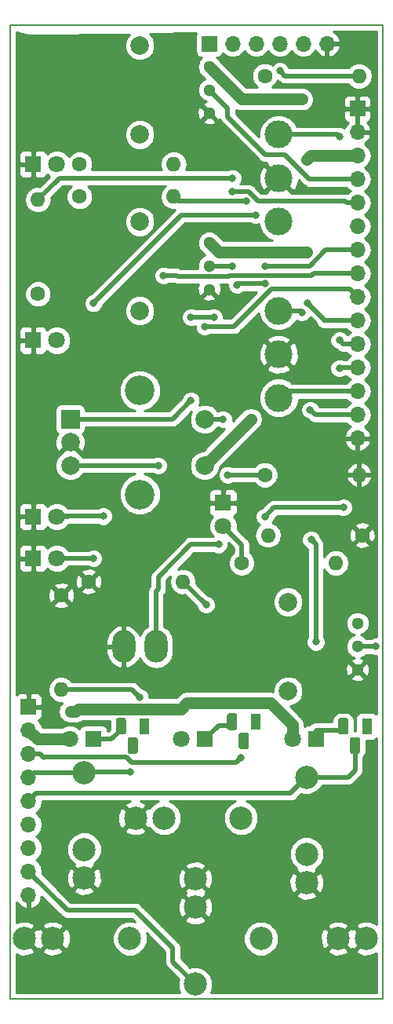
<source format=gbr>
%TF.GenerationSoftware,KiCad,Pcbnew,(5.0.1)-3*%
%TF.CreationDate,2019-04-27T14:05:43+01:00*%
%TF.ProjectId,Fractional clock divider top board,4672616374696F6E616C20636C6F636B,rev?*%
%TF.SameCoordinates,Original*%
%TF.FileFunction,Copper,L1,Top,Signal*%
%TF.FilePolarity,Positive*%
%FSLAX46Y46*%
G04 Gerber Fmt 4.6, Leading zero omitted, Abs format (unit mm)*
G04 Created by KiCad (PCBNEW (5.0.1)-3) date 27/04/2019 14:05:43*
%MOMM*%
%LPD*%
G01*
G04 APERTURE LIST*
%ADD10C,0.150000*%
%ADD11C,2.500000*%
%ADD12R,1.100000X1.800000*%
%ADD13C,0.100000*%
%ADD14C,1.100000*%
%ADD15C,2.000000*%
%ADD16C,1.300000*%
%ADD17C,1.600000*%
%ADD18O,1.600000X1.600000*%
%ADD19C,1.800000*%
%ADD20R,1.800000X1.800000*%
%ADD21R,1.700000X1.700000*%
%ADD22O,1.700000X1.700000*%
%ADD23C,3.000000*%
%ADD24R,2.000000X2.000000*%
%ADD25C,3.200000*%
%ADD26O,2.500000X3.500000*%
%ADD27C,1.200000*%
%ADD28C,0.800000*%
%ADD29C,1.270000*%
%ADD30C,0.500000*%
%ADD31C,0.254000*%
G04 APERTURE END LIST*
D10*
X55250000Y-15000000D02*
X55250000Y-120000000D01*
X15000000Y-15000000D02*
X55250000Y-15000000D01*
X15000000Y-120000000D02*
X55250000Y-120000000D01*
X15000000Y-15000000D02*
X15000000Y-120000000D01*
D11*
X50380000Y-113500000D03*
X53480000Y-113500000D03*
X42080000Y-113500000D03*
X35000000Y-110120000D03*
X35000000Y-107020000D03*
X35000000Y-118420000D03*
X19620000Y-113500000D03*
X16520000Y-113500000D03*
X27920000Y-113500000D03*
X47000000Y-104380000D03*
X47000000Y-107480000D03*
X47000000Y-96080000D03*
X31620000Y-100500000D03*
X28520000Y-100500000D03*
X39920000Y-100500000D03*
X23000000Y-103880000D03*
X23000000Y-106980000D03*
X23000000Y-95580000D03*
D12*
X53500000Y-90600000D03*
D13*
G36*
X51261955Y-89701324D02*
X51288650Y-89705284D01*
X51314828Y-89711841D01*
X51340238Y-89720933D01*
X51364634Y-89732472D01*
X51387782Y-89746346D01*
X51409458Y-89762422D01*
X51429454Y-89780546D01*
X51447578Y-89800542D01*
X51463654Y-89822218D01*
X51477528Y-89845366D01*
X51489067Y-89869762D01*
X51498159Y-89895172D01*
X51504716Y-89921350D01*
X51508676Y-89948045D01*
X51510000Y-89975000D01*
X51510000Y-91225000D01*
X51508676Y-91251955D01*
X51504716Y-91278650D01*
X51498159Y-91304828D01*
X51489067Y-91330238D01*
X51477528Y-91354634D01*
X51463654Y-91377782D01*
X51447578Y-91399458D01*
X51429454Y-91419454D01*
X51409458Y-91437578D01*
X51387782Y-91453654D01*
X51364634Y-91467528D01*
X51340238Y-91479067D01*
X51314828Y-91488159D01*
X51288650Y-91494716D01*
X51261955Y-91498676D01*
X51235000Y-91500000D01*
X50685000Y-91500000D01*
X50658045Y-91498676D01*
X50631350Y-91494716D01*
X50605172Y-91488159D01*
X50579762Y-91479067D01*
X50555366Y-91467528D01*
X50532218Y-91453654D01*
X50510542Y-91437578D01*
X50490546Y-91419454D01*
X50472422Y-91399458D01*
X50456346Y-91377782D01*
X50442472Y-91354634D01*
X50430933Y-91330238D01*
X50421841Y-91304828D01*
X50415284Y-91278650D01*
X50411324Y-91251955D01*
X50410000Y-91225000D01*
X50410000Y-89975000D01*
X50411324Y-89948045D01*
X50415284Y-89921350D01*
X50421841Y-89895172D01*
X50430933Y-89869762D01*
X50442472Y-89845366D01*
X50456346Y-89822218D01*
X50472422Y-89800542D01*
X50490546Y-89780546D01*
X50510542Y-89762422D01*
X50532218Y-89746346D01*
X50555366Y-89732472D01*
X50579762Y-89720933D01*
X50605172Y-89711841D01*
X50631350Y-89705284D01*
X50658045Y-89701324D01*
X50685000Y-89700000D01*
X51235000Y-89700000D01*
X51261955Y-89701324D01*
X51261955Y-89701324D01*
G37*
D14*
X50960000Y-90600000D03*
D13*
G36*
X52531955Y-91771324D02*
X52558650Y-91775284D01*
X52584828Y-91781841D01*
X52610238Y-91790933D01*
X52634634Y-91802472D01*
X52657782Y-91816346D01*
X52679458Y-91832422D01*
X52699454Y-91850546D01*
X52717578Y-91870542D01*
X52733654Y-91892218D01*
X52747528Y-91915366D01*
X52759067Y-91939762D01*
X52768159Y-91965172D01*
X52774716Y-91991350D01*
X52778676Y-92018045D01*
X52780000Y-92045000D01*
X52780000Y-93295000D01*
X52778676Y-93321955D01*
X52774716Y-93348650D01*
X52768159Y-93374828D01*
X52759067Y-93400238D01*
X52747528Y-93424634D01*
X52733654Y-93447782D01*
X52717578Y-93469458D01*
X52699454Y-93489454D01*
X52679458Y-93507578D01*
X52657782Y-93523654D01*
X52634634Y-93537528D01*
X52610238Y-93549067D01*
X52584828Y-93558159D01*
X52558650Y-93564716D01*
X52531955Y-93568676D01*
X52505000Y-93570000D01*
X51955000Y-93570000D01*
X51928045Y-93568676D01*
X51901350Y-93564716D01*
X51875172Y-93558159D01*
X51849762Y-93549067D01*
X51825366Y-93537528D01*
X51802218Y-93523654D01*
X51780542Y-93507578D01*
X51760546Y-93489454D01*
X51742422Y-93469458D01*
X51726346Y-93447782D01*
X51712472Y-93424634D01*
X51700933Y-93400238D01*
X51691841Y-93374828D01*
X51685284Y-93348650D01*
X51681324Y-93321955D01*
X51680000Y-93295000D01*
X51680000Y-92045000D01*
X51681324Y-92018045D01*
X51685284Y-91991350D01*
X51691841Y-91965172D01*
X51700933Y-91939762D01*
X51712472Y-91915366D01*
X51726346Y-91892218D01*
X51742422Y-91870542D01*
X51760546Y-91850546D01*
X51780542Y-91832422D01*
X51802218Y-91816346D01*
X51825366Y-91802472D01*
X51849762Y-91790933D01*
X51875172Y-91781841D01*
X51901350Y-91775284D01*
X51928045Y-91771324D01*
X51955000Y-91770000D01*
X52505000Y-91770000D01*
X52531955Y-91771324D01*
X52531955Y-91771324D01*
G37*
D14*
X52230000Y-92670000D03*
D12*
X41500000Y-90100000D03*
D13*
G36*
X39261955Y-89201324D02*
X39288650Y-89205284D01*
X39314828Y-89211841D01*
X39340238Y-89220933D01*
X39364634Y-89232472D01*
X39387782Y-89246346D01*
X39409458Y-89262422D01*
X39429454Y-89280546D01*
X39447578Y-89300542D01*
X39463654Y-89322218D01*
X39477528Y-89345366D01*
X39489067Y-89369762D01*
X39498159Y-89395172D01*
X39504716Y-89421350D01*
X39508676Y-89448045D01*
X39510000Y-89475000D01*
X39510000Y-90725000D01*
X39508676Y-90751955D01*
X39504716Y-90778650D01*
X39498159Y-90804828D01*
X39489067Y-90830238D01*
X39477528Y-90854634D01*
X39463654Y-90877782D01*
X39447578Y-90899458D01*
X39429454Y-90919454D01*
X39409458Y-90937578D01*
X39387782Y-90953654D01*
X39364634Y-90967528D01*
X39340238Y-90979067D01*
X39314828Y-90988159D01*
X39288650Y-90994716D01*
X39261955Y-90998676D01*
X39235000Y-91000000D01*
X38685000Y-91000000D01*
X38658045Y-90998676D01*
X38631350Y-90994716D01*
X38605172Y-90988159D01*
X38579762Y-90979067D01*
X38555366Y-90967528D01*
X38532218Y-90953654D01*
X38510542Y-90937578D01*
X38490546Y-90919454D01*
X38472422Y-90899458D01*
X38456346Y-90877782D01*
X38442472Y-90854634D01*
X38430933Y-90830238D01*
X38421841Y-90804828D01*
X38415284Y-90778650D01*
X38411324Y-90751955D01*
X38410000Y-90725000D01*
X38410000Y-89475000D01*
X38411324Y-89448045D01*
X38415284Y-89421350D01*
X38421841Y-89395172D01*
X38430933Y-89369762D01*
X38442472Y-89345366D01*
X38456346Y-89322218D01*
X38472422Y-89300542D01*
X38490546Y-89280546D01*
X38510542Y-89262422D01*
X38532218Y-89246346D01*
X38555366Y-89232472D01*
X38579762Y-89220933D01*
X38605172Y-89211841D01*
X38631350Y-89205284D01*
X38658045Y-89201324D01*
X38685000Y-89200000D01*
X39235000Y-89200000D01*
X39261955Y-89201324D01*
X39261955Y-89201324D01*
G37*
D14*
X38960000Y-90100000D03*
D13*
G36*
X40531955Y-91271324D02*
X40558650Y-91275284D01*
X40584828Y-91281841D01*
X40610238Y-91290933D01*
X40634634Y-91302472D01*
X40657782Y-91316346D01*
X40679458Y-91332422D01*
X40699454Y-91350546D01*
X40717578Y-91370542D01*
X40733654Y-91392218D01*
X40747528Y-91415366D01*
X40759067Y-91439762D01*
X40768159Y-91465172D01*
X40774716Y-91491350D01*
X40778676Y-91518045D01*
X40780000Y-91545000D01*
X40780000Y-92795000D01*
X40778676Y-92821955D01*
X40774716Y-92848650D01*
X40768159Y-92874828D01*
X40759067Y-92900238D01*
X40747528Y-92924634D01*
X40733654Y-92947782D01*
X40717578Y-92969458D01*
X40699454Y-92989454D01*
X40679458Y-93007578D01*
X40657782Y-93023654D01*
X40634634Y-93037528D01*
X40610238Y-93049067D01*
X40584828Y-93058159D01*
X40558650Y-93064716D01*
X40531955Y-93068676D01*
X40505000Y-93070000D01*
X39955000Y-93070000D01*
X39928045Y-93068676D01*
X39901350Y-93064716D01*
X39875172Y-93058159D01*
X39849762Y-93049067D01*
X39825366Y-93037528D01*
X39802218Y-93023654D01*
X39780542Y-93007578D01*
X39760546Y-92989454D01*
X39742422Y-92969458D01*
X39726346Y-92947782D01*
X39712472Y-92924634D01*
X39700933Y-92900238D01*
X39691841Y-92874828D01*
X39685284Y-92848650D01*
X39681324Y-92821955D01*
X39680000Y-92795000D01*
X39680000Y-91545000D01*
X39681324Y-91518045D01*
X39685284Y-91491350D01*
X39691841Y-91465172D01*
X39700933Y-91439762D01*
X39712472Y-91415366D01*
X39726346Y-91392218D01*
X39742422Y-91370542D01*
X39760546Y-91350546D01*
X39780542Y-91332422D01*
X39802218Y-91316346D01*
X39825366Y-91302472D01*
X39849762Y-91290933D01*
X39875172Y-91281841D01*
X39901350Y-91275284D01*
X39928045Y-91271324D01*
X39955000Y-91270000D01*
X40505000Y-91270000D01*
X40531955Y-91271324D01*
X40531955Y-91271324D01*
G37*
D14*
X40230000Y-92170000D03*
D12*
X29500000Y-90600000D03*
D13*
G36*
X27261955Y-89701324D02*
X27288650Y-89705284D01*
X27314828Y-89711841D01*
X27340238Y-89720933D01*
X27364634Y-89732472D01*
X27387782Y-89746346D01*
X27409458Y-89762422D01*
X27429454Y-89780546D01*
X27447578Y-89800542D01*
X27463654Y-89822218D01*
X27477528Y-89845366D01*
X27489067Y-89869762D01*
X27498159Y-89895172D01*
X27504716Y-89921350D01*
X27508676Y-89948045D01*
X27510000Y-89975000D01*
X27510000Y-91225000D01*
X27508676Y-91251955D01*
X27504716Y-91278650D01*
X27498159Y-91304828D01*
X27489067Y-91330238D01*
X27477528Y-91354634D01*
X27463654Y-91377782D01*
X27447578Y-91399458D01*
X27429454Y-91419454D01*
X27409458Y-91437578D01*
X27387782Y-91453654D01*
X27364634Y-91467528D01*
X27340238Y-91479067D01*
X27314828Y-91488159D01*
X27288650Y-91494716D01*
X27261955Y-91498676D01*
X27235000Y-91500000D01*
X26685000Y-91500000D01*
X26658045Y-91498676D01*
X26631350Y-91494716D01*
X26605172Y-91488159D01*
X26579762Y-91479067D01*
X26555366Y-91467528D01*
X26532218Y-91453654D01*
X26510542Y-91437578D01*
X26490546Y-91419454D01*
X26472422Y-91399458D01*
X26456346Y-91377782D01*
X26442472Y-91354634D01*
X26430933Y-91330238D01*
X26421841Y-91304828D01*
X26415284Y-91278650D01*
X26411324Y-91251955D01*
X26410000Y-91225000D01*
X26410000Y-89975000D01*
X26411324Y-89948045D01*
X26415284Y-89921350D01*
X26421841Y-89895172D01*
X26430933Y-89869762D01*
X26442472Y-89845366D01*
X26456346Y-89822218D01*
X26472422Y-89800542D01*
X26490546Y-89780546D01*
X26510542Y-89762422D01*
X26532218Y-89746346D01*
X26555366Y-89732472D01*
X26579762Y-89720933D01*
X26605172Y-89711841D01*
X26631350Y-89705284D01*
X26658045Y-89701324D01*
X26685000Y-89700000D01*
X27235000Y-89700000D01*
X27261955Y-89701324D01*
X27261955Y-89701324D01*
G37*
D14*
X26960000Y-90600000D03*
D13*
G36*
X28531955Y-91771324D02*
X28558650Y-91775284D01*
X28584828Y-91781841D01*
X28610238Y-91790933D01*
X28634634Y-91802472D01*
X28657782Y-91816346D01*
X28679458Y-91832422D01*
X28699454Y-91850546D01*
X28717578Y-91870542D01*
X28733654Y-91892218D01*
X28747528Y-91915366D01*
X28759067Y-91939762D01*
X28768159Y-91965172D01*
X28774716Y-91991350D01*
X28778676Y-92018045D01*
X28780000Y-92045000D01*
X28780000Y-93295000D01*
X28778676Y-93321955D01*
X28774716Y-93348650D01*
X28768159Y-93374828D01*
X28759067Y-93400238D01*
X28747528Y-93424634D01*
X28733654Y-93447782D01*
X28717578Y-93469458D01*
X28699454Y-93489454D01*
X28679458Y-93507578D01*
X28657782Y-93523654D01*
X28634634Y-93537528D01*
X28610238Y-93549067D01*
X28584828Y-93558159D01*
X28558650Y-93564716D01*
X28531955Y-93568676D01*
X28505000Y-93570000D01*
X27955000Y-93570000D01*
X27928045Y-93568676D01*
X27901350Y-93564716D01*
X27875172Y-93558159D01*
X27849762Y-93549067D01*
X27825366Y-93537528D01*
X27802218Y-93523654D01*
X27780542Y-93507578D01*
X27760546Y-93489454D01*
X27742422Y-93469458D01*
X27726346Y-93447782D01*
X27712472Y-93424634D01*
X27700933Y-93400238D01*
X27691841Y-93374828D01*
X27685284Y-93348650D01*
X27681324Y-93321955D01*
X27680000Y-93295000D01*
X27680000Y-92045000D01*
X27681324Y-92018045D01*
X27685284Y-91991350D01*
X27691841Y-91965172D01*
X27700933Y-91939762D01*
X27712472Y-91915366D01*
X27726346Y-91892218D01*
X27742422Y-91870542D01*
X27760546Y-91850546D01*
X27780542Y-91832422D01*
X27802218Y-91816346D01*
X27825366Y-91802472D01*
X27849762Y-91790933D01*
X27875172Y-91781841D01*
X27901350Y-91775284D01*
X27928045Y-91771324D01*
X27955000Y-91770000D01*
X28505000Y-91770000D01*
X28531955Y-91771324D01*
X28531955Y-91771324D01*
G37*
D14*
X28230000Y-92670000D03*
D15*
X29000000Y-17200000D03*
X29000000Y-26800000D03*
D16*
X36500000Y-19500000D03*
X36500000Y-22000000D03*
X36500000Y-24500000D03*
D15*
X45000000Y-77200000D03*
X45000000Y-86800000D03*
D16*
X52500000Y-79500000D03*
X52500000Y-82000000D03*
X52500000Y-84500000D03*
D15*
X29000000Y-36200000D03*
X29000000Y-45800000D03*
D16*
X36500000Y-38500000D03*
X36500000Y-41000000D03*
X36500000Y-43500000D03*
D17*
X40000000Y-73000000D03*
D18*
X50160000Y-73000000D03*
D19*
X33460000Y-92000000D03*
D20*
X36000000Y-92000000D03*
X24000000Y-92000000D03*
D19*
X21460000Y-92000000D03*
X45460000Y-92000000D03*
D20*
X48000000Y-92000000D03*
X17500000Y-30000000D03*
D19*
X20040000Y-30000000D03*
X20040000Y-49000000D03*
D20*
X17500000Y-49000000D03*
X17500000Y-68000000D03*
D19*
X20040000Y-68000000D03*
D20*
X17500000Y-72500000D03*
D19*
X20040000Y-72500000D03*
X38000000Y-69040000D03*
D20*
X38000000Y-66500000D03*
D21*
X36500000Y-17000000D03*
D22*
X39040000Y-17000000D03*
X41580000Y-17000000D03*
X44120000Y-17000000D03*
X46660000Y-17000000D03*
X49200000Y-17000000D03*
X52500000Y-59560000D03*
X52500000Y-57020000D03*
X52500000Y-54480000D03*
X52500000Y-51940000D03*
X52500000Y-49400000D03*
X52500000Y-46860000D03*
X52500000Y-44320000D03*
X52500000Y-41780000D03*
X52500000Y-39240000D03*
X52500000Y-36700000D03*
X52500000Y-34160000D03*
X52500000Y-31620000D03*
X52500000Y-29080000D03*
X52500000Y-26540000D03*
D21*
X52500000Y-24000000D03*
X17000000Y-88500000D03*
D22*
X17000000Y-91040000D03*
X17000000Y-93580000D03*
X17000000Y-96120000D03*
X17000000Y-98660000D03*
X17000000Y-101200000D03*
X17000000Y-103740000D03*
X17000000Y-106280000D03*
X17000000Y-108820000D03*
D18*
X33660000Y-75000000D03*
D17*
X23500000Y-75000000D03*
X20500000Y-76500000D03*
D18*
X20500000Y-86660000D03*
X42840000Y-70000000D03*
D17*
X53000000Y-70000000D03*
D18*
X52660000Y-63500000D03*
D17*
X42500000Y-63500000D03*
D18*
X32660000Y-30000000D03*
D17*
X22500000Y-30000000D03*
X18000000Y-44000000D03*
D18*
X18000000Y-33840000D03*
X32660000Y-33500000D03*
D17*
X22500000Y-33500000D03*
X42500000Y-20500000D03*
D18*
X52660000Y-20500000D03*
D23*
X44000000Y-26800000D03*
X44000000Y-31500000D03*
X44000000Y-36200000D03*
D24*
X21500000Y-57500000D03*
D15*
X21500000Y-60000000D03*
X21500000Y-62500000D03*
D25*
X29000000Y-54400000D03*
X29000000Y-65600000D03*
D15*
X36000000Y-57500000D03*
X36000000Y-62500000D03*
D26*
X27250000Y-82000000D03*
X30750000Y-82000000D03*
D23*
X44000000Y-55200000D03*
X44000000Y-50500000D03*
X44000000Y-45800000D03*
D27*
X33500000Y-88714990D03*
X21500000Y-89000000D03*
D28*
X39920000Y-94000000D03*
D27*
X47000000Y-39500000D03*
X47000000Y-29500000D03*
X46500000Y-23000000D03*
X41000000Y-57500000D03*
X41000000Y-39500000D03*
D28*
X39000000Y-31500000D03*
X40500000Y-34000000D03*
X44120000Y-19960000D03*
X28000000Y-95500000D03*
X46500000Y-46000000D03*
X47399999Y-56500000D03*
X50550000Y-52000000D03*
X51000000Y-67000000D03*
X42500000Y-68000000D03*
X37500000Y-71000000D03*
X50550000Y-49000000D03*
X50550000Y-27000000D03*
X47111039Y-44967219D03*
X38500000Y-63500000D03*
X38000000Y-57500000D03*
X36000000Y-47500000D03*
X31565000Y-42000000D03*
X31000000Y-62500000D03*
X34500000Y-55500000D03*
X42500000Y-41000000D03*
X37000000Y-46500000D03*
X34500000Y-46500000D03*
X42500000Y-42900001D03*
X39500000Y-43000000D03*
X54500000Y-82000000D03*
X39000000Y-33000000D03*
X39000000Y-41000000D03*
X36160000Y-77500000D03*
X29000000Y-87479990D03*
X48000000Y-81500000D03*
X47500000Y-70500000D03*
X25050000Y-67949999D03*
X24000000Y-72500000D03*
X41500000Y-35500000D03*
X24000000Y-45000000D03*
D29*
X22065685Y-89000000D02*
X22350695Y-88714990D01*
X21500000Y-89000000D02*
X22065685Y-89000000D01*
X22350695Y-88714990D02*
X33500000Y-88714990D01*
X17960000Y-92000000D02*
X17000000Y-91040000D01*
X21460000Y-92000000D02*
X17960000Y-92000000D01*
X34099999Y-88114991D02*
X33500000Y-88714990D01*
X43114991Y-88114991D02*
X34099999Y-88114991D01*
X45460000Y-90460000D02*
X43114991Y-88114991D01*
X45460000Y-92000000D02*
X45460000Y-90460000D01*
D30*
X35460000Y-107480000D02*
X35000000Y-107020000D01*
X17000000Y-93580000D02*
X18202081Y-93580000D01*
X18202081Y-93580000D02*
X18642091Y-94020010D01*
X39899990Y-94020010D02*
X39920000Y-94000000D01*
X27514679Y-93879999D02*
X28134680Y-94500000D01*
X18642091Y-94020010D02*
X18782102Y-93879999D01*
X18782102Y-93879999D02*
X27514679Y-93879999D01*
X39420000Y-94500000D02*
X39920000Y-94000000D01*
X28134680Y-94500000D02*
X39420000Y-94500000D01*
X37500000Y-90500000D02*
X36000000Y-92000000D01*
X38960000Y-90500000D02*
X37500000Y-90500000D01*
X25960000Y-92000000D02*
X26960000Y-91000000D01*
X24000000Y-92000000D02*
X25960000Y-92000000D01*
X50960000Y-91000000D02*
X48000000Y-91000000D01*
X48000000Y-91000000D02*
X48000000Y-92000000D01*
D29*
X52500000Y-29080000D02*
X47420000Y-29080000D01*
X47420000Y-29080000D02*
X47000000Y-29500000D01*
X40000000Y-23000000D02*
X36500000Y-19500000D01*
X46500000Y-23000000D02*
X40000000Y-23000000D01*
X37500000Y-39500000D02*
X36500000Y-38500000D01*
X41000000Y-57500000D02*
X36000000Y-62500000D01*
X41000000Y-39500000D02*
X37500000Y-39500000D01*
X47000000Y-39500000D02*
X41000000Y-39500000D01*
D30*
X20340000Y-31500000D02*
X18000000Y-33840000D01*
X39000000Y-31500000D02*
X20340000Y-31500000D01*
X33160000Y-34000000D02*
X32660000Y-33500000D01*
X40500000Y-34000000D02*
X33160000Y-34000000D01*
X52660000Y-20500000D02*
X44660000Y-20500000D01*
X44660000Y-20500000D02*
X44120000Y-19960000D01*
X23080000Y-95500000D02*
X23000000Y-95580000D01*
X28000000Y-95500000D02*
X23080000Y-95500000D01*
X17540000Y-95580000D02*
X17000000Y-96120000D01*
X23000000Y-95580000D02*
X17540000Y-95580000D01*
X17000000Y-98660000D02*
X17189999Y-98660000D01*
X46100001Y-96979999D02*
X47000000Y-96080000D01*
X45269999Y-97810001D02*
X46100001Y-96979999D01*
X17849999Y-97810001D02*
X45269999Y-97810001D01*
X17000000Y-98660000D02*
X17849999Y-97810001D01*
X52230000Y-95350000D02*
X51500000Y-96080000D01*
X52230000Y-92270000D02*
X52230000Y-95350000D01*
X47000000Y-96080000D02*
X51500000Y-96080000D01*
X44000000Y-45800000D02*
X46300000Y-45800000D01*
X46300000Y-45800000D02*
X46500000Y-46000000D01*
X47919999Y-57020000D02*
X52500000Y-57020000D01*
X47399999Y-56500000D02*
X47919999Y-57020000D01*
X44720000Y-54480000D02*
X44000000Y-55200000D01*
X52500000Y-54480000D02*
X44720000Y-54480000D01*
X52500000Y-51940000D02*
X50610000Y-51940000D01*
X50610000Y-51940000D02*
X50550000Y-52000000D01*
X51000000Y-67000000D02*
X43500000Y-67000000D01*
X43500000Y-67000000D02*
X42500000Y-68000000D01*
X37500000Y-71000000D02*
X34500000Y-71000000D01*
X30750000Y-76059998D02*
X31000000Y-75809998D01*
X30750000Y-82000000D02*
X30750000Y-76059998D01*
X31000000Y-74500000D02*
X34500000Y-71000000D01*
X31000000Y-75809998D02*
X31000000Y-74500000D01*
X52500000Y-49400000D02*
X50950000Y-49400000D01*
X50950000Y-49400000D02*
X50550000Y-49000000D01*
X44200000Y-27000000D02*
X44000000Y-26800000D01*
X50350000Y-26800000D02*
X50550000Y-27000000D01*
X44000000Y-26800000D02*
X50350000Y-26800000D01*
X52500000Y-46860000D02*
X48860000Y-46860000D01*
X48860000Y-46860000D02*
X48860000Y-46716180D01*
X48860000Y-46716180D02*
X47111039Y-44967219D01*
X42500000Y-63500000D02*
X38500000Y-63500000D01*
X38000000Y-57500000D02*
X36000000Y-57500000D01*
X52500000Y-44320000D02*
X51650001Y-43470001D01*
X39158003Y-47500000D02*
X36000000Y-47500000D01*
X43188002Y-43470001D02*
X39158003Y-47500000D01*
X51650001Y-43470001D02*
X43188002Y-43470001D01*
X52500000Y-41780000D02*
X47810084Y-41780000D01*
X47810084Y-41780000D02*
X47540083Y-42050001D01*
X33050001Y-42050001D02*
X33000000Y-42000000D01*
X33000000Y-42000000D02*
X31565000Y-42000000D01*
X31000000Y-62500000D02*
X21500000Y-62500000D01*
X33000000Y-42000000D02*
X33100001Y-42100001D01*
X33100001Y-42100001D02*
X38600001Y-42100001D01*
X38650001Y-42050001D02*
X38600001Y-42100001D01*
X47540083Y-42050001D02*
X38650001Y-42050001D01*
X52500000Y-39240000D02*
X49760000Y-39240000D01*
X49077278Y-39240000D02*
X47317278Y-41000000D01*
X49760000Y-39240000D02*
X49077278Y-39240000D01*
X47317278Y-41000000D02*
X44500000Y-41000000D01*
X32500000Y-57500000D02*
X21500000Y-57500000D01*
X34500000Y-55500000D02*
X32500000Y-57500000D01*
X44500000Y-41000000D02*
X42500000Y-41000000D01*
X37000000Y-46500000D02*
X34500000Y-46500000D01*
X42500000Y-42900001D02*
X39599999Y-42900001D01*
X39599999Y-42900001D02*
X39500000Y-43000000D01*
X54500000Y-82000000D02*
X52500000Y-82000000D01*
X52500000Y-34160000D02*
X51297919Y-34160000D01*
X51297919Y-34160000D02*
X51137919Y-34000000D01*
X40758002Y-33000000D02*
X39000000Y-33000000D01*
X51137919Y-34000000D02*
X41758002Y-34000000D01*
X41758002Y-34000000D02*
X40758002Y-33000000D01*
X39000000Y-41000000D02*
X36500000Y-41000000D01*
X47302002Y-31620000D02*
X44632003Y-28950001D01*
X52500000Y-31620000D02*
X47302002Y-31620000D01*
X42530763Y-28950001D02*
X38500000Y-24919238D01*
X44632003Y-28950001D02*
X42530763Y-28950001D01*
X38500000Y-24000000D02*
X36500000Y-22000000D01*
X38500000Y-24919238D02*
X38500000Y-24000000D01*
X17000000Y-106280000D02*
X21170001Y-110450001D01*
X35000000Y-118420000D02*
X32580000Y-116000000D01*
X32580000Y-114530001D02*
X28500000Y-110450001D01*
X32580000Y-116000000D02*
X32580000Y-114530001D01*
X21170001Y-110450001D02*
X28500000Y-110450001D01*
X36160000Y-77500000D02*
X33660000Y-75000000D01*
X28180010Y-86660000D02*
X20500000Y-86660000D01*
X29000000Y-87479990D02*
X28180010Y-86660000D01*
X48000000Y-81500000D02*
X48000000Y-71000000D01*
X48000000Y-71000000D02*
X47500000Y-70500000D01*
X20040000Y-68000000D02*
X21312792Y-68000000D01*
X21312792Y-68000000D02*
X21362793Y-67949999D01*
X20090001Y-67949999D02*
X20040000Y-68000000D01*
X25050000Y-67949999D02*
X20090001Y-67949999D01*
X24000000Y-72500000D02*
X20040000Y-72500000D01*
X41500000Y-35500000D02*
X33500000Y-35500000D01*
X33500000Y-35500000D02*
X24000000Y-45000000D01*
X40000000Y-71040000D02*
X38000000Y-69040000D01*
X40000000Y-73000000D02*
X40000000Y-71040000D01*
D31*
G36*
X17127000Y-108693000D02*
X17147000Y-108693000D01*
X17147000Y-108947000D01*
X17127000Y-108947000D01*
X17127000Y-110140819D01*
X17356892Y-110261486D01*
X17881358Y-110015183D01*
X18271645Y-109586924D01*
X18441476Y-109176890D01*
X18320156Y-108947002D01*
X18415424Y-108947002D01*
X20482578Y-111014157D01*
X20531952Y-111088050D01*
X20605845Y-111137424D01*
X20605846Y-111137425D01*
X20809818Y-111273715D01*
X20824691Y-111283653D01*
X21082836Y-111335001D01*
X21082840Y-111335001D01*
X21170001Y-111352338D01*
X21257162Y-111335001D01*
X28133422Y-111335001D01*
X28497192Y-111698771D01*
X28294950Y-111615000D01*
X27545050Y-111615000D01*
X26852233Y-111901974D01*
X26321974Y-112432233D01*
X26035000Y-113125050D01*
X26035000Y-113874950D01*
X26321974Y-114567767D01*
X26852233Y-115098026D01*
X27545050Y-115385000D01*
X28294950Y-115385000D01*
X28987767Y-115098026D01*
X29518026Y-114567767D01*
X29805000Y-113874950D01*
X29805000Y-113125050D01*
X29721229Y-112922808D01*
X31695001Y-114896581D01*
X31695000Y-115912839D01*
X31677663Y-116000000D01*
X31695000Y-116087161D01*
X31695000Y-116087164D01*
X31746348Y-116345309D01*
X31941951Y-116638049D01*
X32015847Y-116687425D01*
X33190705Y-117862283D01*
X33115000Y-118045050D01*
X33115000Y-118794950D01*
X33320056Y-119290000D01*
X15710000Y-119290000D01*
X15710000Y-115208282D01*
X16195806Y-115394388D01*
X16945435Y-115374250D01*
X17544467Y-115126123D01*
X17673715Y-114833320D01*
X18466285Y-114833320D01*
X18595533Y-115126123D01*
X19295806Y-115394388D01*
X20045435Y-115374250D01*
X20644467Y-115126123D01*
X20773715Y-114833320D01*
X19620000Y-113679605D01*
X18466285Y-114833320D01*
X17673715Y-114833320D01*
X16520000Y-113679605D01*
X16505858Y-113693748D01*
X16326253Y-113514143D01*
X16340395Y-113500000D01*
X16699605Y-113500000D01*
X17853320Y-114653715D01*
X18070000Y-114558069D01*
X18286680Y-114653715D01*
X19440395Y-113500000D01*
X19799605Y-113500000D01*
X20953320Y-114653715D01*
X21246123Y-114524467D01*
X21514388Y-113824194D01*
X21494250Y-113074565D01*
X21246123Y-112475533D01*
X20953320Y-112346285D01*
X19799605Y-113500000D01*
X19440395Y-113500000D01*
X18286680Y-112346285D01*
X18070000Y-112441931D01*
X17853320Y-112346285D01*
X16699605Y-113500000D01*
X16340395Y-113500000D01*
X16326253Y-113485858D01*
X16505858Y-113306253D01*
X16520000Y-113320395D01*
X17673715Y-112166680D01*
X18466285Y-112166680D01*
X19620000Y-113320395D01*
X20773715Y-112166680D01*
X20644467Y-111873877D01*
X19944194Y-111605612D01*
X19194565Y-111625750D01*
X18595533Y-111873877D01*
X18466285Y-112166680D01*
X17673715Y-112166680D01*
X17544467Y-111873877D01*
X16844194Y-111605612D01*
X16094565Y-111625750D01*
X15710000Y-111785042D01*
X15710000Y-109542608D01*
X15728355Y-109586924D01*
X16118642Y-110015183D01*
X16643108Y-110261486D01*
X16873000Y-110140819D01*
X16873000Y-108947000D01*
X16853000Y-108947000D01*
X16853000Y-108693000D01*
X16873000Y-108693000D01*
X16873000Y-108673000D01*
X17127000Y-108673000D01*
X17127000Y-108693000D01*
X17127000Y-108693000D01*
G37*
X17127000Y-108693000D02*
X17147000Y-108693000D01*
X17147000Y-108947000D01*
X17127000Y-108947000D01*
X17127000Y-110140819D01*
X17356892Y-110261486D01*
X17881358Y-110015183D01*
X18271645Y-109586924D01*
X18441476Y-109176890D01*
X18320156Y-108947002D01*
X18415424Y-108947002D01*
X20482578Y-111014157D01*
X20531952Y-111088050D01*
X20605845Y-111137424D01*
X20605846Y-111137425D01*
X20809818Y-111273715D01*
X20824691Y-111283653D01*
X21082836Y-111335001D01*
X21082840Y-111335001D01*
X21170001Y-111352338D01*
X21257162Y-111335001D01*
X28133422Y-111335001D01*
X28497192Y-111698771D01*
X28294950Y-111615000D01*
X27545050Y-111615000D01*
X26852233Y-111901974D01*
X26321974Y-112432233D01*
X26035000Y-113125050D01*
X26035000Y-113874950D01*
X26321974Y-114567767D01*
X26852233Y-115098026D01*
X27545050Y-115385000D01*
X28294950Y-115385000D01*
X28987767Y-115098026D01*
X29518026Y-114567767D01*
X29805000Y-113874950D01*
X29805000Y-113125050D01*
X29721229Y-112922808D01*
X31695001Y-114896581D01*
X31695000Y-115912839D01*
X31677663Y-116000000D01*
X31695000Y-116087161D01*
X31695000Y-116087164D01*
X31746348Y-116345309D01*
X31941951Y-116638049D01*
X32015847Y-116687425D01*
X33190705Y-117862283D01*
X33115000Y-118045050D01*
X33115000Y-118794950D01*
X33320056Y-119290000D01*
X15710000Y-119290000D01*
X15710000Y-115208282D01*
X16195806Y-115394388D01*
X16945435Y-115374250D01*
X17544467Y-115126123D01*
X17673715Y-114833320D01*
X18466285Y-114833320D01*
X18595533Y-115126123D01*
X19295806Y-115394388D01*
X20045435Y-115374250D01*
X20644467Y-115126123D01*
X20773715Y-114833320D01*
X19620000Y-113679605D01*
X18466285Y-114833320D01*
X17673715Y-114833320D01*
X16520000Y-113679605D01*
X16505858Y-113693748D01*
X16326253Y-113514143D01*
X16340395Y-113500000D01*
X16699605Y-113500000D01*
X17853320Y-114653715D01*
X18070000Y-114558069D01*
X18286680Y-114653715D01*
X19440395Y-113500000D01*
X19799605Y-113500000D01*
X20953320Y-114653715D01*
X21246123Y-114524467D01*
X21514388Y-113824194D01*
X21494250Y-113074565D01*
X21246123Y-112475533D01*
X20953320Y-112346285D01*
X19799605Y-113500000D01*
X19440395Y-113500000D01*
X18286680Y-112346285D01*
X18070000Y-112441931D01*
X17853320Y-112346285D01*
X16699605Y-113500000D01*
X16340395Y-113500000D01*
X16326253Y-113485858D01*
X16505858Y-113306253D01*
X16520000Y-113320395D01*
X17673715Y-112166680D01*
X18466285Y-112166680D01*
X19620000Y-113320395D01*
X20773715Y-112166680D01*
X20644467Y-111873877D01*
X19944194Y-111605612D01*
X19194565Y-111625750D01*
X18595533Y-111873877D01*
X18466285Y-112166680D01*
X17673715Y-112166680D01*
X17544467Y-111873877D01*
X16844194Y-111605612D01*
X16094565Y-111625750D01*
X15710000Y-111785042D01*
X15710000Y-109542608D01*
X15728355Y-109586924D01*
X16118642Y-110015183D01*
X16643108Y-110261486D01*
X16873000Y-110140819D01*
X16873000Y-108947000D01*
X16853000Y-108947000D01*
X16853000Y-108693000D01*
X16873000Y-108693000D01*
X16873000Y-108673000D01*
X17127000Y-108673000D01*
X17127000Y-108693000D01*
G36*
X54540001Y-111954377D02*
X54504467Y-111873877D01*
X53804194Y-111605612D01*
X53054565Y-111625750D01*
X52455533Y-111873877D01*
X52326285Y-112166680D01*
X53480000Y-113320395D01*
X53494143Y-113306253D01*
X53673748Y-113485858D01*
X53659605Y-113500000D01*
X53673748Y-113514143D01*
X53494143Y-113693748D01*
X53480000Y-113679605D01*
X52326285Y-114833320D01*
X52455533Y-115126123D01*
X53155806Y-115394388D01*
X53905435Y-115374250D01*
X54504467Y-115126123D01*
X54540001Y-115045623D01*
X54540001Y-119290000D01*
X36679944Y-119290000D01*
X36885000Y-118794950D01*
X36885000Y-118045050D01*
X36598026Y-117352233D01*
X36067767Y-116821974D01*
X35374950Y-116535000D01*
X34625050Y-116535000D01*
X34442283Y-116610705D01*
X33465000Y-115633422D01*
X33465000Y-114617160D01*
X33482337Y-114530000D01*
X33465000Y-114442840D01*
X33465000Y-114442836D01*
X33413652Y-114184691D01*
X33218049Y-113891952D01*
X33144156Y-113842578D01*
X32426628Y-113125050D01*
X40195000Y-113125050D01*
X40195000Y-113874950D01*
X40481974Y-114567767D01*
X41012233Y-115098026D01*
X41705050Y-115385000D01*
X42454950Y-115385000D01*
X43147767Y-115098026D01*
X43412473Y-114833320D01*
X49226285Y-114833320D01*
X49355533Y-115126123D01*
X50055806Y-115394388D01*
X50805435Y-115374250D01*
X51404467Y-115126123D01*
X51533715Y-114833320D01*
X50380000Y-113679605D01*
X49226285Y-114833320D01*
X43412473Y-114833320D01*
X43678026Y-114567767D01*
X43965000Y-113874950D01*
X43965000Y-113175806D01*
X48485612Y-113175806D01*
X48505750Y-113925435D01*
X48753877Y-114524467D01*
X49046680Y-114653715D01*
X50200395Y-113500000D01*
X50559605Y-113500000D01*
X51713320Y-114653715D01*
X51930000Y-114558069D01*
X52146680Y-114653715D01*
X53300395Y-113500000D01*
X52146680Y-112346285D01*
X51930000Y-112441931D01*
X51713320Y-112346285D01*
X50559605Y-113500000D01*
X50200395Y-113500000D01*
X49046680Y-112346285D01*
X48753877Y-112475533D01*
X48485612Y-113175806D01*
X43965000Y-113175806D01*
X43965000Y-113125050D01*
X43678026Y-112432233D01*
X43412473Y-112166680D01*
X49226285Y-112166680D01*
X50380000Y-113320395D01*
X51533715Y-112166680D01*
X51404467Y-111873877D01*
X50704194Y-111605612D01*
X49954565Y-111625750D01*
X49355533Y-111873877D01*
X49226285Y-112166680D01*
X43412473Y-112166680D01*
X43147767Y-111901974D01*
X42454950Y-111615000D01*
X41705050Y-111615000D01*
X41012233Y-111901974D01*
X40481974Y-112432233D01*
X40195000Y-113125050D01*
X32426628Y-113125050D01*
X30754898Y-111453320D01*
X33846285Y-111453320D01*
X33975533Y-111746123D01*
X34675806Y-112014388D01*
X35425435Y-111994250D01*
X36024467Y-111746123D01*
X36153715Y-111453320D01*
X35000000Y-110299605D01*
X33846285Y-111453320D01*
X30754898Y-111453320D01*
X29187425Y-109885848D01*
X29138049Y-109811952D01*
X29113885Y-109795806D01*
X33105612Y-109795806D01*
X33125750Y-110545435D01*
X33373877Y-111144467D01*
X33666680Y-111273715D01*
X34820395Y-110120000D01*
X35179605Y-110120000D01*
X36333320Y-111273715D01*
X36626123Y-111144467D01*
X36894388Y-110444194D01*
X36874250Y-109694565D01*
X36626123Y-109095533D01*
X36333320Y-108966285D01*
X35179605Y-110120000D01*
X34820395Y-110120000D01*
X33666680Y-108966285D01*
X33373877Y-109095533D01*
X33105612Y-109795806D01*
X29113885Y-109795806D01*
X28845310Y-109616349D01*
X28587165Y-109565001D01*
X28587161Y-109565001D01*
X28500000Y-109547664D01*
X28412839Y-109565001D01*
X21536580Y-109565001D01*
X20284899Y-108313320D01*
X21846285Y-108313320D01*
X21975533Y-108606123D01*
X22675806Y-108874388D01*
X23425435Y-108854250D01*
X24024467Y-108606123D01*
X24136058Y-108353320D01*
X33846285Y-108353320D01*
X33941931Y-108570000D01*
X33846285Y-108786680D01*
X35000000Y-109940395D01*
X36127075Y-108813320D01*
X45846285Y-108813320D01*
X45975533Y-109106123D01*
X46675806Y-109374388D01*
X47425435Y-109354250D01*
X48024467Y-109106123D01*
X48153715Y-108813320D01*
X47000000Y-107659605D01*
X45846285Y-108813320D01*
X36127075Y-108813320D01*
X36153715Y-108786680D01*
X36058069Y-108570000D01*
X36153715Y-108353320D01*
X35000000Y-107199605D01*
X33846285Y-108353320D01*
X24136058Y-108353320D01*
X24153715Y-108313320D01*
X23000000Y-107159605D01*
X21846285Y-108313320D01*
X20284899Y-108313320D01*
X18627385Y-106655806D01*
X21105612Y-106655806D01*
X21125750Y-107405435D01*
X21373877Y-108004467D01*
X21666680Y-108133715D01*
X22820395Y-106980000D01*
X23179605Y-106980000D01*
X24333320Y-108133715D01*
X24626123Y-108004467D01*
X24894388Y-107304194D01*
X24878045Y-106695806D01*
X33105612Y-106695806D01*
X33125750Y-107445435D01*
X33373877Y-108044467D01*
X33666680Y-108173715D01*
X34820395Y-107020000D01*
X35179605Y-107020000D01*
X36333320Y-108173715D01*
X36626123Y-108044467D01*
X36894388Y-107344194D01*
X36889328Y-107155806D01*
X45105612Y-107155806D01*
X45125750Y-107905435D01*
X45373877Y-108504467D01*
X45666680Y-108633715D01*
X46820395Y-107480000D01*
X47179605Y-107480000D01*
X48333320Y-108633715D01*
X48626123Y-108504467D01*
X48894388Y-107804194D01*
X48874250Y-107054565D01*
X48626123Y-106455533D01*
X48333320Y-106326285D01*
X47179605Y-107480000D01*
X46820395Y-107480000D01*
X45666680Y-106326285D01*
X45373877Y-106455533D01*
X45105612Y-107155806D01*
X36889328Y-107155806D01*
X36874250Y-106594565D01*
X36626123Y-105995533D01*
X36333320Y-105866285D01*
X35179605Y-107020000D01*
X34820395Y-107020000D01*
X33666680Y-105866285D01*
X33373877Y-105995533D01*
X33105612Y-106695806D01*
X24878045Y-106695806D01*
X24874250Y-106554565D01*
X24626123Y-105955533D01*
X24333320Y-105826285D01*
X23179605Y-106980000D01*
X22820395Y-106980000D01*
X21666680Y-105826285D01*
X21373877Y-105955533D01*
X21105612Y-106655806D01*
X18627385Y-106655806D01*
X18470538Y-106498960D01*
X18514092Y-106280000D01*
X18398839Y-105700582D01*
X18070625Y-105209375D01*
X17772239Y-105010000D01*
X18070625Y-104810625D01*
X18398839Y-104319418D01*
X18514092Y-103740000D01*
X18467358Y-103505050D01*
X21115000Y-103505050D01*
X21115000Y-104254950D01*
X21401974Y-104947767D01*
X21924254Y-105470047D01*
X21846285Y-105646680D01*
X23000000Y-106800395D01*
X24113715Y-105686680D01*
X33846285Y-105686680D01*
X35000000Y-106840395D01*
X36153715Y-105686680D01*
X36024467Y-105393877D01*
X35324194Y-105125612D01*
X34574565Y-105145750D01*
X33975533Y-105393877D01*
X33846285Y-105686680D01*
X24113715Y-105686680D01*
X24153715Y-105646680D01*
X24075746Y-105470047D01*
X24598026Y-104947767D01*
X24885000Y-104254950D01*
X24885000Y-104005050D01*
X45115000Y-104005050D01*
X45115000Y-104754950D01*
X45401974Y-105447767D01*
X45924254Y-105970047D01*
X45846285Y-106146680D01*
X47000000Y-107300395D01*
X48153715Y-106146680D01*
X48075746Y-105970047D01*
X48598026Y-105447767D01*
X48885000Y-104754950D01*
X48885000Y-104005050D01*
X48598026Y-103312233D01*
X48067767Y-102781974D01*
X47374950Y-102495000D01*
X46625050Y-102495000D01*
X45932233Y-102781974D01*
X45401974Y-103312233D01*
X45115000Y-104005050D01*
X24885000Y-104005050D01*
X24885000Y-103505050D01*
X24598026Y-102812233D01*
X24067767Y-102281974D01*
X23374950Y-101995000D01*
X22625050Y-101995000D01*
X21932233Y-102281974D01*
X21401974Y-102812233D01*
X21115000Y-103505050D01*
X18467358Y-103505050D01*
X18398839Y-103160582D01*
X18070625Y-102669375D01*
X17772239Y-102470000D01*
X18070625Y-102270625D01*
X18362822Y-101833320D01*
X27366285Y-101833320D01*
X27495533Y-102126123D01*
X28195806Y-102394388D01*
X28945435Y-102374250D01*
X29544467Y-102126123D01*
X29673715Y-101833320D01*
X28520000Y-100679605D01*
X27366285Y-101833320D01*
X18362822Y-101833320D01*
X18398839Y-101779418D01*
X18514092Y-101200000D01*
X18398839Y-100620582D01*
X18101650Y-100175806D01*
X26625612Y-100175806D01*
X26645750Y-100925435D01*
X26893877Y-101524467D01*
X27186680Y-101653715D01*
X28340395Y-100500000D01*
X27186680Y-99346285D01*
X26893877Y-99475533D01*
X26625612Y-100175806D01*
X18101650Y-100175806D01*
X18070625Y-100129375D01*
X17772239Y-99930000D01*
X18070625Y-99730625D01*
X18398839Y-99239418D01*
X18507130Y-98695001D01*
X27927378Y-98695001D01*
X27495533Y-98873877D01*
X27366285Y-99166680D01*
X28520000Y-100320395D01*
X29673715Y-99166680D01*
X29544467Y-98873877D01*
X29077533Y-98695001D01*
X31051910Y-98695001D01*
X30552233Y-98901974D01*
X30029953Y-99424254D01*
X29853320Y-99346285D01*
X28699605Y-100500000D01*
X29853320Y-101653715D01*
X30029953Y-101575746D01*
X30552233Y-102098026D01*
X31245050Y-102385000D01*
X31994950Y-102385000D01*
X32687767Y-102098026D01*
X33218026Y-101567767D01*
X33505000Y-100874950D01*
X33505000Y-100125050D01*
X33218026Y-99432233D01*
X32687767Y-98901974D01*
X32188090Y-98695001D01*
X39351910Y-98695001D01*
X38852233Y-98901974D01*
X38321974Y-99432233D01*
X38035000Y-100125050D01*
X38035000Y-100874950D01*
X38321974Y-101567767D01*
X38852233Y-102098026D01*
X39545050Y-102385000D01*
X40294950Y-102385000D01*
X40987767Y-102098026D01*
X41518026Y-101567767D01*
X41805000Y-100874950D01*
X41805000Y-100125050D01*
X41518026Y-99432233D01*
X40987767Y-98901974D01*
X40488090Y-98695001D01*
X45182838Y-98695001D01*
X45269999Y-98712338D01*
X45357160Y-98695001D01*
X45357164Y-98695001D01*
X45615309Y-98643653D01*
X45908048Y-98448050D01*
X45957424Y-98374154D01*
X46442283Y-97889296D01*
X46625050Y-97965000D01*
X47374950Y-97965000D01*
X48067767Y-97678026D01*
X48598026Y-97147767D01*
X48673731Y-96965000D01*
X51412839Y-96965000D01*
X51500000Y-96982337D01*
X51587161Y-96965000D01*
X51587165Y-96965000D01*
X51845310Y-96913652D01*
X52138049Y-96718049D01*
X52187425Y-96644153D01*
X52794156Y-96037423D01*
X52868049Y-95988049D01*
X52963426Y-95845309D01*
X53063652Y-95695310D01*
X53102501Y-95500000D01*
X53115000Y-95437165D01*
X53115000Y-95437161D01*
X53132337Y-95350000D01*
X53115000Y-95262839D01*
X53115000Y-93975504D01*
X53157264Y-93947264D01*
X53357223Y-93648003D01*
X53427440Y-93295000D01*
X53427440Y-92147440D01*
X54050000Y-92147440D01*
X54297765Y-92098157D01*
X54507809Y-91957809D01*
X54540001Y-91909631D01*
X54540001Y-111954377D01*
X54540001Y-111954377D01*
G37*
X54540001Y-111954377D02*
X54504467Y-111873877D01*
X53804194Y-111605612D01*
X53054565Y-111625750D01*
X52455533Y-111873877D01*
X52326285Y-112166680D01*
X53480000Y-113320395D01*
X53494143Y-113306253D01*
X53673748Y-113485858D01*
X53659605Y-113500000D01*
X53673748Y-113514143D01*
X53494143Y-113693748D01*
X53480000Y-113679605D01*
X52326285Y-114833320D01*
X52455533Y-115126123D01*
X53155806Y-115394388D01*
X53905435Y-115374250D01*
X54504467Y-115126123D01*
X54540001Y-115045623D01*
X54540001Y-119290000D01*
X36679944Y-119290000D01*
X36885000Y-118794950D01*
X36885000Y-118045050D01*
X36598026Y-117352233D01*
X36067767Y-116821974D01*
X35374950Y-116535000D01*
X34625050Y-116535000D01*
X34442283Y-116610705D01*
X33465000Y-115633422D01*
X33465000Y-114617160D01*
X33482337Y-114530000D01*
X33465000Y-114442840D01*
X33465000Y-114442836D01*
X33413652Y-114184691D01*
X33218049Y-113891952D01*
X33144156Y-113842578D01*
X32426628Y-113125050D01*
X40195000Y-113125050D01*
X40195000Y-113874950D01*
X40481974Y-114567767D01*
X41012233Y-115098026D01*
X41705050Y-115385000D01*
X42454950Y-115385000D01*
X43147767Y-115098026D01*
X43412473Y-114833320D01*
X49226285Y-114833320D01*
X49355533Y-115126123D01*
X50055806Y-115394388D01*
X50805435Y-115374250D01*
X51404467Y-115126123D01*
X51533715Y-114833320D01*
X50380000Y-113679605D01*
X49226285Y-114833320D01*
X43412473Y-114833320D01*
X43678026Y-114567767D01*
X43965000Y-113874950D01*
X43965000Y-113175806D01*
X48485612Y-113175806D01*
X48505750Y-113925435D01*
X48753877Y-114524467D01*
X49046680Y-114653715D01*
X50200395Y-113500000D01*
X50559605Y-113500000D01*
X51713320Y-114653715D01*
X51930000Y-114558069D01*
X52146680Y-114653715D01*
X53300395Y-113500000D01*
X52146680Y-112346285D01*
X51930000Y-112441931D01*
X51713320Y-112346285D01*
X50559605Y-113500000D01*
X50200395Y-113500000D01*
X49046680Y-112346285D01*
X48753877Y-112475533D01*
X48485612Y-113175806D01*
X43965000Y-113175806D01*
X43965000Y-113125050D01*
X43678026Y-112432233D01*
X43412473Y-112166680D01*
X49226285Y-112166680D01*
X50380000Y-113320395D01*
X51533715Y-112166680D01*
X51404467Y-111873877D01*
X50704194Y-111605612D01*
X49954565Y-111625750D01*
X49355533Y-111873877D01*
X49226285Y-112166680D01*
X43412473Y-112166680D01*
X43147767Y-111901974D01*
X42454950Y-111615000D01*
X41705050Y-111615000D01*
X41012233Y-111901974D01*
X40481974Y-112432233D01*
X40195000Y-113125050D01*
X32426628Y-113125050D01*
X30754898Y-111453320D01*
X33846285Y-111453320D01*
X33975533Y-111746123D01*
X34675806Y-112014388D01*
X35425435Y-111994250D01*
X36024467Y-111746123D01*
X36153715Y-111453320D01*
X35000000Y-110299605D01*
X33846285Y-111453320D01*
X30754898Y-111453320D01*
X29187425Y-109885848D01*
X29138049Y-109811952D01*
X29113885Y-109795806D01*
X33105612Y-109795806D01*
X33125750Y-110545435D01*
X33373877Y-111144467D01*
X33666680Y-111273715D01*
X34820395Y-110120000D01*
X35179605Y-110120000D01*
X36333320Y-111273715D01*
X36626123Y-111144467D01*
X36894388Y-110444194D01*
X36874250Y-109694565D01*
X36626123Y-109095533D01*
X36333320Y-108966285D01*
X35179605Y-110120000D01*
X34820395Y-110120000D01*
X33666680Y-108966285D01*
X33373877Y-109095533D01*
X33105612Y-109795806D01*
X29113885Y-109795806D01*
X28845310Y-109616349D01*
X28587165Y-109565001D01*
X28587161Y-109565001D01*
X28500000Y-109547664D01*
X28412839Y-109565001D01*
X21536580Y-109565001D01*
X20284899Y-108313320D01*
X21846285Y-108313320D01*
X21975533Y-108606123D01*
X22675806Y-108874388D01*
X23425435Y-108854250D01*
X24024467Y-108606123D01*
X24136058Y-108353320D01*
X33846285Y-108353320D01*
X33941931Y-108570000D01*
X33846285Y-108786680D01*
X35000000Y-109940395D01*
X36127075Y-108813320D01*
X45846285Y-108813320D01*
X45975533Y-109106123D01*
X46675806Y-109374388D01*
X47425435Y-109354250D01*
X48024467Y-109106123D01*
X48153715Y-108813320D01*
X47000000Y-107659605D01*
X45846285Y-108813320D01*
X36127075Y-108813320D01*
X36153715Y-108786680D01*
X36058069Y-108570000D01*
X36153715Y-108353320D01*
X35000000Y-107199605D01*
X33846285Y-108353320D01*
X24136058Y-108353320D01*
X24153715Y-108313320D01*
X23000000Y-107159605D01*
X21846285Y-108313320D01*
X20284899Y-108313320D01*
X18627385Y-106655806D01*
X21105612Y-106655806D01*
X21125750Y-107405435D01*
X21373877Y-108004467D01*
X21666680Y-108133715D01*
X22820395Y-106980000D01*
X23179605Y-106980000D01*
X24333320Y-108133715D01*
X24626123Y-108004467D01*
X24894388Y-107304194D01*
X24878045Y-106695806D01*
X33105612Y-106695806D01*
X33125750Y-107445435D01*
X33373877Y-108044467D01*
X33666680Y-108173715D01*
X34820395Y-107020000D01*
X35179605Y-107020000D01*
X36333320Y-108173715D01*
X36626123Y-108044467D01*
X36894388Y-107344194D01*
X36889328Y-107155806D01*
X45105612Y-107155806D01*
X45125750Y-107905435D01*
X45373877Y-108504467D01*
X45666680Y-108633715D01*
X46820395Y-107480000D01*
X47179605Y-107480000D01*
X48333320Y-108633715D01*
X48626123Y-108504467D01*
X48894388Y-107804194D01*
X48874250Y-107054565D01*
X48626123Y-106455533D01*
X48333320Y-106326285D01*
X47179605Y-107480000D01*
X46820395Y-107480000D01*
X45666680Y-106326285D01*
X45373877Y-106455533D01*
X45105612Y-107155806D01*
X36889328Y-107155806D01*
X36874250Y-106594565D01*
X36626123Y-105995533D01*
X36333320Y-105866285D01*
X35179605Y-107020000D01*
X34820395Y-107020000D01*
X33666680Y-105866285D01*
X33373877Y-105995533D01*
X33105612Y-106695806D01*
X24878045Y-106695806D01*
X24874250Y-106554565D01*
X24626123Y-105955533D01*
X24333320Y-105826285D01*
X23179605Y-106980000D01*
X22820395Y-106980000D01*
X21666680Y-105826285D01*
X21373877Y-105955533D01*
X21105612Y-106655806D01*
X18627385Y-106655806D01*
X18470538Y-106498960D01*
X18514092Y-106280000D01*
X18398839Y-105700582D01*
X18070625Y-105209375D01*
X17772239Y-105010000D01*
X18070625Y-104810625D01*
X18398839Y-104319418D01*
X18514092Y-103740000D01*
X18467358Y-103505050D01*
X21115000Y-103505050D01*
X21115000Y-104254950D01*
X21401974Y-104947767D01*
X21924254Y-105470047D01*
X21846285Y-105646680D01*
X23000000Y-106800395D01*
X24113715Y-105686680D01*
X33846285Y-105686680D01*
X35000000Y-106840395D01*
X36153715Y-105686680D01*
X36024467Y-105393877D01*
X35324194Y-105125612D01*
X34574565Y-105145750D01*
X33975533Y-105393877D01*
X33846285Y-105686680D01*
X24113715Y-105686680D01*
X24153715Y-105646680D01*
X24075746Y-105470047D01*
X24598026Y-104947767D01*
X24885000Y-104254950D01*
X24885000Y-104005050D01*
X45115000Y-104005050D01*
X45115000Y-104754950D01*
X45401974Y-105447767D01*
X45924254Y-105970047D01*
X45846285Y-106146680D01*
X47000000Y-107300395D01*
X48153715Y-106146680D01*
X48075746Y-105970047D01*
X48598026Y-105447767D01*
X48885000Y-104754950D01*
X48885000Y-104005050D01*
X48598026Y-103312233D01*
X48067767Y-102781974D01*
X47374950Y-102495000D01*
X46625050Y-102495000D01*
X45932233Y-102781974D01*
X45401974Y-103312233D01*
X45115000Y-104005050D01*
X24885000Y-104005050D01*
X24885000Y-103505050D01*
X24598026Y-102812233D01*
X24067767Y-102281974D01*
X23374950Y-101995000D01*
X22625050Y-101995000D01*
X21932233Y-102281974D01*
X21401974Y-102812233D01*
X21115000Y-103505050D01*
X18467358Y-103505050D01*
X18398839Y-103160582D01*
X18070625Y-102669375D01*
X17772239Y-102470000D01*
X18070625Y-102270625D01*
X18362822Y-101833320D01*
X27366285Y-101833320D01*
X27495533Y-102126123D01*
X28195806Y-102394388D01*
X28945435Y-102374250D01*
X29544467Y-102126123D01*
X29673715Y-101833320D01*
X28520000Y-100679605D01*
X27366285Y-101833320D01*
X18362822Y-101833320D01*
X18398839Y-101779418D01*
X18514092Y-101200000D01*
X18398839Y-100620582D01*
X18101650Y-100175806D01*
X26625612Y-100175806D01*
X26645750Y-100925435D01*
X26893877Y-101524467D01*
X27186680Y-101653715D01*
X28340395Y-100500000D01*
X27186680Y-99346285D01*
X26893877Y-99475533D01*
X26625612Y-100175806D01*
X18101650Y-100175806D01*
X18070625Y-100129375D01*
X17772239Y-99930000D01*
X18070625Y-99730625D01*
X18398839Y-99239418D01*
X18507130Y-98695001D01*
X27927378Y-98695001D01*
X27495533Y-98873877D01*
X27366285Y-99166680D01*
X28520000Y-100320395D01*
X29673715Y-99166680D01*
X29544467Y-98873877D01*
X29077533Y-98695001D01*
X31051910Y-98695001D01*
X30552233Y-98901974D01*
X30029953Y-99424254D01*
X29853320Y-99346285D01*
X28699605Y-100500000D01*
X29853320Y-101653715D01*
X30029953Y-101575746D01*
X30552233Y-102098026D01*
X31245050Y-102385000D01*
X31994950Y-102385000D01*
X32687767Y-102098026D01*
X33218026Y-101567767D01*
X33505000Y-100874950D01*
X33505000Y-100125050D01*
X33218026Y-99432233D01*
X32687767Y-98901974D01*
X32188090Y-98695001D01*
X39351910Y-98695001D01*
X38852233Y-98901974D01*
X38321974Y-99432233D01*
X38035000Y-100125050D01*
X38035000Y-100874950D01*
X38321974Y-101567767D01*
X38852233Y-102098026D01*
X39545050Y-102385000D01*
X40294950Y-102385000D01*
X40987767Y-102098026D01*
X41518026Y-101567767D01*
X41805000Y-100874950D01*
X41805000Y-100125050D01*
X41518026Y-99432233D01*
X40987767Y-98901974D01*
X40488090Y-98695001D01*
X45182838Y-98695001D01*
X45269999Y-98712338D01*
X45357160Y-98695001D01*
X45357164Y-98695001D01*
X45615309Y-98643653D01*
X45908048Y-98448050D01*
X45957424Y-98374154D01*
X46442283Y-97889296D01*
X46625050Y-97965000D01*
X47374950Y-97965000D01*
X48067767Y-97678026D01*
X48598026Y-97147767D01*
X48673731Y-96965000D01*
X51412839Y-96965000D01*
X51500000Y-96982337D01*
X51587161Y-96965000D01*
X51587165Y-96965000D01*
X51845310Y-96913652D01*
X52138049Y-96718049D01*
X52187425Y-96644153D01*
X52794156Y-96037423D01*
X52868049Y-95988049D01*
X52963426Y-95845309D01*
X53063652Y-95695310D01*
X53102501Y-95500000D01*
X53115000Y-95437165D01*
X53115000Y-95437161D01*
X53132337Y-95350000D01*
X53115000Y-95262839D01*
X53115000Y-93975504D01*
X53157264Y-93947264D01*
X53357223Y-93648003D01*
X53427440Y-93295000D01*
X53427440Y-92147440D01*
X54050000Y-92147440D01*
X54297765Y-92098157D01*
X54507809Y-91957809D01*
X54540001Y-91909631D01*
X54540001Y-111954377D01*
G36*
X54540001Y-80965000D02*
X54294126Y-80965000D01*
X53931993Y-81115000D01*
X53432265Y-81115000D01*
X53227894Y-80910629D01*
X52840100Y-80750000D01*
X53227894Y-80589371D01*
X53589371Y-80227894D01*
X53785000Y-79755602D01*
X53785000Y-79244398D01*
X53589371Y-78772106D01*
X53227894Y-78410629D01*
X52755602Y-78215000D01*
X52244398Y-78215000D01*
X51772106Y-78410629D01*
X51410629Y-78772106D01*
X51215000Y-79244398D01*
X51215000Y-79755602D01*
X51410629Y-80227894D01*
X51772106Y-80589371D01*
X52159900Y-80750000D01*
X51772106Y-80910629D01*
X51410629Y-81272106D01*
X51215000Y-81744398D01*
X51215000Y-82255602D01*
X51410629Y-82727894D01*
X51772106Y-83089371D01*
X52143408Y-83243169D01*
X51836271Y-83370389D01*
X51780590Y-83600984D01*
X52500000Y-84320395D01*
X53219410Y-83600984D01*
X53163729Y-83370389D01*
X52829906Y-83254223D01*
X53227894Y-83089371D01*
X53432265Y-82885000D01*
X53931993Y-82885000D01*
X54294126Y-83035000D01*
X54540001Y-83035000D01*
X54540001Y-89290369D01*
X54507809Y-89242191D01*
X54297765Y-89101843D01*
X54050000Y-89052560D01*
X52950000Y-89052560D01*
X52702235Y-89101843D01*
X52492191Y-89242191D01*
X52351843Y-89452235D01*
X52302560Y-89700000D01*
X52302560Y-91122560D01*
X52157440Y-91122560D01*
X52157440Y-89975000D01*
X52087223Y-89621997D01*
X51887264Y-89322736D01*
X51588003Y-89122777D01*
X51235000Y-89052560D01*
X50685000Y-89052560D01*
X50331997Y-89122777D01*
X50032736Y-89322736D01*
X49832777Y-89621997D01*
X49762560Y-89975000D01*
X49762560Y-90115000D01*
X48087164Y-90115000D01*
X48000000Y-90097662D01*
X47912835Y-90115000D01*
X47654690Y-90166348D01*
X47361951Y-90361951D01*
X47301408Y-90452560D01*
X47100000Y-90452560D01*
X46852235Y-90501843D01*
X46730357Y-90583280D01*
X46754879Y-90460000D01*
X46730000Y-90334924D01*
X46730000Y-90334920D01*
X46656313Y-89964471D01*
X46509748Y-89745121D01*
X46446470Y-89650419D01*
X46446469Y-89650418D01*
X46375618Y-89544382D01*
X46269581Y-89473531D01*
X45231051Y-88435000D01*
X45325222Y-88435000D01*
X45926153Y-88186086D01*
X46386086Y-87726153D01*
X46635000Y-87125222D01*
X46635000Y-86474778D01*
X46386086Y-85873847D01*
X45926153Y-85413914D01*
X45890187Y-85399016D01*
X51780590Y-85399016D01*
X51836271Y-85629611D01*
X52319078Y-85797622D01*
X52829428Y-85768083D01*
X53163729Y-85629611D01*
X53219410Y-85399016D01*
X52500000Y-84679605D01*
X51780590Y-85399016D01*
X45890187Y-85399016D01*
X45325222Y-85165000D01*
X44674778Y-85165000D01*
X44073847Y-85413914D01*
X43613914Y-85873847D01*
X43365000Y-86474778D01*
X43365000Y-86869841D01*
X43240071Y-86844991D01*
X43240066Y-86844991D01*
X43114991Y-86820112D01*
X42989916Y-86844991D01*
X34225075Y-86844991D01*
X34099999Y-86820112D01*
X33974923Y-86844991D01*
X33974919Y-86844991D01*
X33604470Y-86918678D01*
X33184381Y-87199373D01*
X33113528Y-87305412D01*
X32973950Y-87444990D01*
X30035000Y-87444990D01*
X30035000Y-87274116D01*
X29877431Y-86893710D01*
X29586280Y-86602559D01*
X29224148Y-86452559D01*
X28867435Y-86095847D01*
X28818059Y-86021951D01*
X28525320Y-85826348D01*
X28267175Y-85775000D01*
X28267171Y-85775000D01*
X28180010Y-85757663D01*
X28092849Y-85775000D01*
X21634521Y-85775000D01*
X21534577Y-85625423D01*
X21059909Y-85308260D01*
X20641333Y-85225000D01*
X20358667Y-85225000D01*
X19940091Y-85308260D01*
X19465423Y-85625423D01*
X19148260Y-86100091D01*
X19036887Y-86660000D01*
X19148260Y-87219909D01*
X19465423Y-87694577D01*
X19940091Y-88011740D01*
X20358667Y-88095000D01*
X20577287Y-88095000D01*
X20303687Y-88504471D01*
X20205120Y-89000000D01*
X20303687Y-89495529D01*
X20584382Y-89915618D01*
X21004471Y-90196313D01*
X21374920Y-90270000D01*
X21940610Y-90270000D01*
X22065685Y-90294879D01*
X22190760Y-90270000D01*
X22190765Y-90270000D01*
X22561214Y-90196313D01*
X22877481Y-89984990D01*
X25762560Y-89984990D01*
X25762560Y-90945862D01*
X25593422Y-91115000D01*
X25547440Y-91115000D01*
X25547440Y-91100000D01*
X25498157Y-90852235D01*
X25357809Y-90642191D01*
X25147765Y-90501843D01*
X24900000Y-90452560D01*
X23100000Y-90452560D01*
X22852235Y-90501843D01*
X22642191Y-90642191D01*
X22501843Y-90852235D01*
X22498725Y-90867908D01*
X22329507Y-90698690D01*
X21765330Y-90465000D01*
X21154670Y-90465000D01*
X20590493Y-90698690D01*
X20559183Y-90730000D01*
X18486051Y-90730000D01*
X18444081Y-90688031D01*
X18398839Y-90460582D01*
X18070625Y-89969375D01*
X18048967Y-89954904D01*
X18209698Y-89888327D01*
X18388327Y-89709699D01*
X18485000Y-89476310D01*
X18485000Y-88785750D01*
X18326250Y-88627000D01*
X17127000Y-88627000D01*
X17127000Y-88647000D01*
X16873000Y-88647000D01*
X16873000Y-88627000D01*
X16853000Y-88627000D01*
X16853000Y-88373000D01*
X16873000Y-88373000D01*
X16873000Y-87173750D01*
X17127000Y-87173750D01*
X17127000Y-88373000D01*
X18326250Y-88373000D01*
X18485000Y-88214250D01*
X18485000Y-87523690D01*
X18388327Y-87290301D01*
X18209698Y-87111673D01*
X17976309Y-87015000D01*
X17285750Y-87015000D01*
X17127000Y-87173750D01*
X16873000Y-87173750D01*
X16714250Y-87015000D01*
X16023691Y-87015000D01*
X15790302Y-87111673D01*
X15710000Y-87191975D01*
X15710000Y-82127000D01*
X25365000Y-82127000D01*
X25365000Y-82627000D01*
X25557088Y-83338691D01*
X26006906Y-83922699D01*
X26645974Y-84290114D01*
X26830355Y-84337695D01*
X27123000Y-84221572D01*
X27123000Y-82127000D01*
X25365000Y-82127000D01*
X15710000Y-82127000D01*
X15710000Y-81373000D01*
X25365000Y-81373000D01*
X25365000Y-81873000D01*
X27123000Y-81873000D01*
X27123000Y-79778428D01*
X27377000Y-79778428D01*
X27377000Y-81873000D01*
X27397000Y-81873000D01*
X27397000Y-82127000D01*
X27377000Y-82127000D01*
X27377000Y-84221572D01*
X27669645Y-84337695D01*
X27854026Y-84290114D01*
X28493094Y-83922699D01*
X28942912Y-83338691D01*
X28972840Y-83227805D01*
X28974369Y-83235490D01*
X29390992Y-83859009D01*
X30014511Y-84275631D01*
X30750000Y-84421929D01*
X31267067Y-84319078D01*
X51202378Y-84319078D01*
X51231917Y-84829428D01*
X51370389Y-85163729D01*
X51600984Y-85219410D01*
X52320395Y-84500000D01*
X52679605Y-84500000D01*
X53399016Y-85219410D01*
X53629611Y-85163729D01*
X53797622Y-84680922D01*
X53768083Y-84170572D01*
X53629611Y-83836271D01*
X53399016Y-83780590D01*
X52679605Y-84500000D01*
X52320395Y-84500000D01*
X51600984Y-83780590D01*
X51370389Y-83836271D01*
X51202378Y-84319078D01*
X31267067Y-84319078D01*
X31485490Y-84275631D01*
X32109009Y-83859009D01*
X32525631Y-83235490D01*
X32635000Y-82685655D01*
X32635000Y-81314345D01*
X32525631Y-80764510D01*
X32109009Y-80140991D01*
X31635000Y-79824269D01*
X31635000Y-76450084D01*
X31638049Y-76448047D01*
X31833652Y-76155308D01*
X31885000Y-75897163D01*
X31885000Y-75897158D01*
X31902337Y-75809999D01*
X31885000Y-75722839D01*
X31885000Y-74866578D01*
X32307459Y-74444120D01*
X32196887Y-75000000D01*
X32308260Y-75559909D01*
X32625423Y-76034577D01*
X33100091Y-76351740D01*
X33518667Y-76435000D01*
X33801333Y-76435000D01*
X33836439Y-76428017D01*
X35132569Y-77724148D01*
X35282569Y-78086280D01*
X35573720Y-78377431D01*
X35954126Y-78535000D01*
X36365874Y-78535000D01*
X36746280Y-78377431D01*
X37037431Y-78086280D01*
X37195000Y-77705874D01*
X37195000Y-77294126D01*
X37037431Y-76913720D01*
X36998489Y-76874778D01*
X43365000Y-76874778D01*
X43365000Y-77525222D01*
X43613914Y-78126153D01*
X44073847Y-78586086D01*
X44674778Y-78835000D01*
X45325222Y-78835000D01*
X45926153Y-78586086D01*
X46386086Y-78126153D01*
X46635000Y-77525222D01*
X46635000Y-76874778D01*
X46386086Y-76273847D01*
X45926153Y-75813914D01*
X45325222Y-75565000D01*
X44674778Y-75565000D01*
X44073847Y-75813914D01*
X43613914Y-76273847D01*
X43365000Y-76874778D01*
X36998489Y-76874778D01*
X36746280Y-76622569D01*
X36384148Y-76472569D01*
X35088017Y-75176439D01*
X35123113Y-75000000D01*
X35011740Y-74440091D01*
X34694577Y-73965423D01*
X34219909Y-73648260D01*
X33801333Y-73565000D01*
X33518667Y-73565000D01*
X33104120Y-73647459D01*
X34866579Y-71885000D01*
X36931993Y-71885000D01*
X37294126Y-72035000D01*
X37705874Y-72035000D01*
X38086280Y-71877431D01*
X38377431Y-71586280D01*
X38535000Y-71205874D01*
X38535000Y-70826579D01*
X39115001Y-71406580D01*
X39115001Y-71855603D01*
X38783466Y-72187138D01*
X38565000Y-72714561D01*
X38565000Y-73285439D01*
X38783466Y-73812862D01*
X39187138Y-74216534D01*
X39714561Y-74435000D01*
X40285439Y-74435000D01*
X40812862Y-74216534D01*
X41216534Y-73812862D01*
X41435000Y-73285439D01*
X41435000Y-72714561D01*
X41216534Y-72187138D01*
X40885000Y-71855604D01*
X40885000Y-71127159D01*
X40902337Y-71039999D01*
X40885000Y-70952839D01*
X40885000Y-70952835D01*
X40833652Y-70694690D01*
X40638049Y-70401951D01*
X40564156Y-70352577D01*
X40211579Y-70000000D01*
X41376887Y-70000000D01*
X41488260Y-70559909D01*
X41805423Y-71034577D01*
X42280091Y-71351740D01*
X42698667Y-71435000D01*
X42981333Y-71435000D01*
X43399909Y-71351740D01*
X43874577Y-71034577D01*
X44191740Y-70559909D01*
X44244607Y-70294126D01*
X46465000Y-70294126D01*
X46465000Y-70705874D01*
X46622569Y-71086280D01*
X46913720Y-71377431D01*
X47115001Y-71460804D01*
X47115000Y-80931993D01*
X46965000Y-81294126D01*
X46965000Y-81705874D01*
X47122569Y-82086280D01*
X47413720Y-82377431D01*
X47794126Y-82535000D01*
X48205874Y-82535000D01*
X48586280Y-82377431D01*
X48877431Y-82086280D01*
X49035000Y-81705874D01*
X49035000Y-81294126D01*
X48885000Y-80931993D01*
X48885000Y-73674759D01*
X49125423Y-74034577D01*
X49600091Y-74351740D01*
X50018667Y-74435000D01*
X50301333Y-74435000D01*
X50719909Y-74351740D01*
X51194577Y-74034577D01*
X51511740Y-73559909D01*
X51623113Y-73000000D01*
X51511740Y-72440091D01*
X51194577Y-71965423D01*
X50719909Y-71648260D01*
X50301333Y-71565000D01*
X50018667Y-71565000D01*
X49600091Y-71648260D01*
X49125423Y-71965423D01*
X48885000Y-72325241D01*
X48885000Y-71087161D01*
X48900796Y-71007745D01*
X52171861Y-71007745D01*
X52245995Y-71253864D01*
X52783223Y-71446965D01*
X53353454Y-71419778D01*
X53754005Y-71253864D01*
X53828139Y-71007745D01*
X53000000Y-70179605D01*
X52171861Y-71007745D01*
X48900796Y-71007745D01*
X48902337Y-71000000D01*
X48885000Y-70912839D01*
X48885000Y-70912835D01*
X48833652Y-70654690D01*
X48638049Y-70361951D01*
X48564153Y-70312575D01*
X48527431Y-70275853D01*
X48377431Y-69913720D01*
X48246934Y-69783223D01*
X51553035Y-69783223D01*
X51580222Y-70353454D01*
X51746136Y-70754005D01*
X51992255Y-70828139D01*
X52820395Y-70000000D01*
X53179605Y-70000000D01*
X54007745Y-70828139D01*
X54253864Y-70754005D01*
X54446965Y-70216777D01*
X54419778Y-69646546D01*
X54253864Y-69245995D01*
X54007745Y-69171861D01*
X53179605Y-70000000D01*
X52820395Y-70000000D01*
X51992255Y-69171861D01*
X51746136Y-69245995D01*
X51553035Y-69783223D01*
X48246934Y-69783223D01*
X48086280Y-69622569D01*
X47705874Y-69465000D01*
X47294126Y-69465000D01*
X46913720Y-69622569D01*
X46622569Y-69913720D01*
X46465000Y-70294126D01*
X44244607Y-70294126D01*
X44303113Y-70000000D01*
X44191740Y-69440091D01*
X43892506Y-68992255D01*
X52171861Y-68992255D01*
X53000000Y-69820395D01*
X53828139Y-68992255D01*
X53754005Y-68746136D01*
X53216777Y-68553035D01*
X52646546Y-68580222D01*
X52245995Y-68746136D01*
X52171861Y-68992255D01*
X43892506Y-68992255D01*
X43874577Y-68965423D01*
X43399909Y-68648260D01*
X43329463Y-68634248D01*
X43377431Y-68586280D01*
X43527431Y-68224148D01*
X43866579Y-67885000D01*
X50431993Y-67885000D01*
X50794126Y-68035000D01*
X51205874Y-68035000D01*
X51586280Y-67877431D01*
X51877431Y-67586280D01*
X52035000Y-67205874D01*
X52035000Y-66794126D01*
X51877431Y-66413720D01*
X51586280Y-66122569D01*
X51205874Y-65965000D01*
X50794126Y-65965000D01*
X50431993Y-66115000D01*
X43587161Y-66115000D01*
X43500000Y-66097663D01*
X43412839Y-66115000D01*
X43412835Y-66115000D01*
X43154690Y-66166348D01*
X42935845Y-66312576D01*
X42935844Y-66312577D01*
X42861951Y-66361951D01*
X42812577Y-66435844D01*
X42275852Y-66972569D01*
X41913720Y-67122569D01*
X41622569Y-67413720D01*
X41465000Y-67794126D01*
X41465000Y-68205874D01*
X41622569Y-68586280D01*
X41913720Y-68877431D01*
X41928160Y-68883412D01*
X41805423Y-68965423D01*
X41488260Y-69440091D01*
X41376887Y-70000000D01*
X40211579Y-70000000D01*
X39535000Y-69323422D01*
X39535000Y-68734670D01*
X39301310Y-68170493D01*
X39124956Y-67994139D01*
X39259699Y-67938327D01*
X39438327Y-67759698D01*
X39535000Y-67526309D01*
X39535000Y-66785750D01*
X39376250Y-66627000D01*
X38127000Y-66627000D01*
X38127000Y-66647000D01*
X37873000Y-66647000D01*
X37873000Y-66627000D01*
X36623750Y-66627000D01*
X36465000Y-66785750D01*
X36465000Y-67526309D01*
X36561673Y-67759698D01*
X36740301Y-67938327D01*
X36875044Y-67994139D01*
X36698690Y-68170493D01*
X36465000Y-68734670D01*
X36465000Y-69345330D01*
X36698690Y-69909507D01*
X36904183Y-70115000D01*
X34587159Y-70115000D01*
X34499999Y-70097663D01*
X34412839Y-70115000D01*
X34412835Y-70115000D01*
X34154690Y-70166348D01*
X34154688Y-70166349D01*
X34154689Y-70166349D01*
X33935845Y-70312576D01*
X33935844Y-70312577D01*
X33861951Y-70361951D01*
X33812577Y-70435844D01*
X30435845Y-73812577D01*
X30361952Y-73861951D01*
X30312578Y-73935844D01*
X30312576Y-73935846D01*
X30166348Y-74154691D01*
X30097663Y-74500000D01*
X30115001Y-74587165D01*
X30115000Y-75419912D01*
X30111952Y-75421949D01*
X30062578Y-75495842D01*
X30062576Y-75495844D01*
X29916348Y-75714689D01*
X29847663Y-76059998D01*
X29865001Y-76147163D01*
X29865000Y-79824268D01*
X29390991Y-80140991D01*
X28974369Y-80764511D01*
X28972841Y-80772195D01*
X28942912Y-80661309D01*
X28493094Y-80077301D01*
X27854026Y-79709886D01*
X27669645Y-79662305D01*
X27377000Y-79778428D01*
X27123000Y-79778428D01*
X26830355Y-79662305D01*
X26645974Y-79709886D01*
X26006906Y-80077301D01*
X25557088Y-80661309D01*
X25365000Y-81373000D01*
X15710000Y-81373000D01*
X15710000Y-77507745D01*
X19671861Y-77507745D01*
X19745995Y-77753864D01*
X20283223Y-77946965D01*
X20853454Y-77919778D01*
X21254005Y-77753864D01*
X21328139Y-77507745D01*
X20500000Y-76679605D01*
X19671861Y-77507745D01*
X15710000Y-77507745D01*
X15710000Y-76283223D01*
X19053035Y-76283223D01*
X19080222Y-76853454D01*
X19246136Y-77254005D01*
X19492255Y-77328139D01*
X20320395Y-76500000D01*
X20679605Y-76500000D01*
X21507745Y-77328139D01*
X21753864Y-77254005D01*
X21946965Y-76716777D01*
X21919778Y-76146546D01*
X21862285Y-76007745D01*
X22671861Y-76007745D01*
X22745995Y-76253864D01*
X23283223Y-76446965D01*
X23853454Y-76419778D01*
X24254005Y-76253864D01*
X24328139Y-76007745D01*
X23500000Y-75179605D01*
X22671861Y-76007745D01*
X21862285Y-76007745D01*
X21753864Y-75745995D01*
X21507745Y-75671861D01*
X20679605Y-76500000D01*
X20320395Y-76500000D01*
X19492255Y-75671861D01*
X19246136Y-75745995D01*
X19053035Y-76283223D01*
X15710000Y-76283223D01*
X15710000Y-75492255D01*
X19671861Y-75492255D01*
X20500000Y-76320395D01*
X21328139Y-75492255D01*
X21254005Y-75246136D01*
X20716777Y-75053035D01*
X20146546Y-75080222D01*
X19745995Y-75246136D01*
X19671861Y-75492255D01*
X15710000Y-75492255D01*
X15710000Y-74783223D01*
X22053035Y-74783223D01*
X22080222Y-75353454D01*
X22246136Y-75754005D01*
X22492255Y-75828139D01*
X23320395Y-75000000D01*
X23679605Y-75000000D01*
X24507745Y-75828139D01*
X24753864Y-75754005D01*
X24946965Y-75216777D01*
X24919778Y-74646546D01*
X24753864Y-74245995D01*
X24507745Y-74171861D01*
X23679605Y-75000000D01*
X23320395Y-75000000D01*
X22492255Y-74171861D01*
X22246136Y-74245995D01*
X22053035Y-74783223D01*
X15710000Y-74783223D01*
X15710000Y-72785750D01*
X15965000Y-72785750D01*
X15965000Y-73526310D01*
X16061673Y-73759699D01*
X16240302Y-73938327D01*
X16473691Y-74035000D01*
X17214250Y-74035000D01*
X17373000Y-73876250D01*
X17373000Y-72627000D01*
X16123750Y-72627000D01*
X15965000Y-72785750D01*
X15710000Y-72785750D01*
X15710000Y-71473690D01*
X15965000Y-71473690D01*
X15965000Y-72214250D01*
X16123750Y-72373000D01*
X17373000Y-72373000D01*
X17373000Y-71123750D01*
X17627000Y-71123750D01*
X17627000Y-72373000D01*
X17647000Y-72373000D01*
X17647000Y-72627000D01*
X17627000Y-72627000D01*
X17627000Y-73876250D01*
X17785750Y-74035000D01*
X18526309Y-74035000D01*
X18759698Y-73938327D01*
X18938327Y-73759699D01*
X18994139Y-73624956D01*
X19170493Y-73801310D01*
X19734670Y-74035000D01*
X20345330Y-74035000D01*
X20448525Y-73992255D01*
X22671861Y-73992255D01*
X23500000Y-74820395D01*
X24328139Y-73992255D01*
X24254005Y-73746136D01*
X23716777Y-73553035D01*
X23146546Y-73580222D01*
X22745995Y-73746136D01*
X22671861Y-73992255D01*
X20448525Y-73992255D01*
X20909507Y-73801310D01*
X21325817Y-73385000D01*
X23431993Y-73385000D01*
X23794126Y-73535000D01*
X24205874Y-73535000D01*
X24586280Y-73377431D01*
X24877431Y-73086280D01*
X25035000Y-72705874D01*
X25035000Y-72294126D01*
X24877431Y-71913720D01*
X24586280Y-71622569D01*
X24205874Y-71465000D01*
X23794126Y-71465000D01*
X23431993Y-71615000D01*
X21325817Y-71615000D01*
X20909507Y-71198690D01*
X20345330Y-70965000D01*
X19734670Y-70965000D01*
X19170493Y-71198690D01*
X18994139Y-71375044D01*
X18938327Y-71240301D01*
X18759698Y-71061673D01*
X18526309Y-70965000D01*
X17785750Y-70965000D01*
X17627000Y-71123750D01*
X17373000Y-71123750D01*
X17214250Y-70965000D01*
X16473691Y-70965000D01*
X16240302Y-71061673D01*
X16061673Y-71240301D01*
X15965000Y-71473690D01*
X15710000Y-71473690D01*
X15710000Y-68285750D01*
X15965000Y-68285750D01*
X15965000Y-69026310D01*
X16061673Y-69259699D01*
X16240302Y-69438327D01*
X16473691Y-69535000D01*
X17214250Y-69535000D01*
X17373000Y-69376250D01*
X17373000Y-68127000D01*
X16123750Y-68127000D01*
X15965000Y-68285750D01*
X15710000Y-68285750D01*
X15710000Y-66973690D01*
X15965000Y-66973690D01*
X15965000Y-67714250D01*
X16123750Y-67873000D01*
X17373000Y-67873000D01*
X17373000Y-66623750D01*
X17627000Y-66623750D01*
X17627000Y-67873000D01*
X17647000Y-67873000D01*
X17647000Y-68127000D01*
X17627000Y-68127000D01*
X17627000Y-69376250D01*
X17785750Y-69535000D01*
X18526309Y-69535000D01*
X18759698Y-69438327D01*
X18938327Y-69259699D01*
X18994139Y-69124956D01*
X19170493Y-69301310D01*
X19734670Y-69535000D01*
X20345330Y-69535000D01*
X20909507Y-69301310D01*
X21309195Y-68901622D01*
X21312792Y-68902337D01*
X21399953Y-68885000D01*
X21399957Y-68885000D01*
X21651330Y-68834999D01*
X24481993Y-68834999D01*
X24844126Y-68984999D01*
X25255874Y-68984999D01*
X25636280Y-68827430D01*
X25927431Y-68536279D01*
X26085000Y-68155873D01*
X26085000Y-67744125D01*
X25927431Y-67363719D01*
X25636280Y-67072568D01*
X25255874Y-66914999D01*
X24844126Y-66914999D01*
X24481993Y-67064999D01*
X21449952Y-67064999D01*
X21362792Y-67047662D01*
X21275786Y-67064969D01*
X20909507Y-66698690D01*
X20345330Y-66465000D01*
X19734670Y-66465000D01*
X19170493Y-66698690D01*
X18994139Y-66875044D01*
X18938327Y-66740301D01*
X18759698Y-66561673D01*
X18526309Y-66465000D01*
X17785750Y-66465000D01*
X17627000Y-66623750D01*
X17373000Y-66623750D01*
X17214250Y-66465000D01*
X16473691Y-66465000D01*
X16240302Y-66561673D01*
X16061673Y-66740301D01*
X15965000Y-66973690D01*
X15710000Y-66973690D01*
X15710000Y-62174778D01*
X19865000Y-62174778D01*
X19865000Y-62825222D01*
X20113914Y-63426153D01*
X20573847Y-63886086D01*
X21174778Y-64135000D01*
X21825222Y-64135000D01*
X22426153Y-63886086D01*
X22886086Y-63426153D01*
X22903132Y-63385000D01*
X28507147Y-63385000D01*
X27733974Y-63705259D01*
X27105259Y-64333974D01*
X26765000Y-65155431D01*
X26765000Y-66044569D01*
X27105259Y-66866026D01*
X27733974Y-67494741D01*
X28555431Y-67835000D01*
X29444569Y-67835000D01*
X30266026Y-67494741D01*
X30894741Y-66866026D01*
X31235000Y-66044569D01*
X31235000Y-65473691D01*
X36465000Y-65473691D01*
X36465000Y-66214250D01*
X36623750Y-66373000D01*
X37873000Y-66373000D01*
X37873000Y-65123750D01*
X38127000Y-65123750D01*
X38127000Y-66373000D01*
X39376250Y-66373000D01*
X39535000Y-66214250D01*
X39535000Y-65473691D01*
X39438327Y-65240302D01*
X39259699Y-65061673D01*
X39026310Y-64965000D01*
X38285750Y-64965000D01*
X38127000Y-65123750D01*
X37873000Y-65123750D01*
X37714250Y-64965000D01*
X36973690Y-64965000D01*
X36740301Y-65061673D01*
X36561673Y-65240302D01*
X36465000Y-65473691D01*
X31235000Y-65473691D01*
X31235000Y-65155431D01*
X30894741Y-64333974D01*
X30266026Y-63705259D01*
X29492853Y-63385000D01*
X30431993Y-63385000D01*
X30794126Y-63535000D01*
X31205874Y-63535000D01*
X31586280Y-63377431D01*
X31877431Y-63086280D01*
X32035000Y-62705874D01*
X32035000Y-62294126D01*
X31877431Y-61913720D01*
X31586280Y-61622569D01*
X31205874Y-61465000D01*
X30794126Y-61465000D01*
X30431993Y-61615000D01*
X22903132Y-61615000D01*
X22886086Y-61573847D01*
X22470725Y-61158486D01*
X22472927Y-61152532D01*
X21500000Y-60179605D01*
X20527073Y-61152532D01*
X20529275Y-61158486D01*
X20113914Y-61573847D01*
X19865000Y-62174778D01*
X15710000Y-62174778D01*
X15710000Y-56500000D01*
X19852560Y-56500000D01*
X19852560Y-58500000D01*
X19901843Y-58747765D01*
X20042191Y-58957809D01*
X20217671Y-59075062D01*
X20080613Y-59125736D01*
X19854092Y-59735461D01*
X19878144Y-60385460D01*
X20080613Y-60874264D01*
X20347468Y-60972927D01*
X21320395Y-60000000D01*
X21306253Y-59985858D01*
X21485858Y-59806253D01*
X21500000Y-59820395D01*
X21514143Y-59806253D01*
X21693748Y-59985858D01*
X21679605Y-60000000D01*
X22652532Y-60972927D01*
X22919387Y-60874264D01*
X23145908Y-60264539D01*
X23121856Y-59614540D01*
X22919387Y-59125736D01*
X22782329Y-59075062D01*
X22957809Y-58957809D01*
X23098157Y-58747765D01*
X23147440Y-58500000D01*
X23147440Y-58385000D01*
X32412839Y-58385000D01*
X32500000Y-58402337D01*
X32587161Y-58385000D01*
X32587165Y-58385000D01*
X32845310Y-58333652D01*
X33138049Y-58138049D01*
X33187425Y-58064153D01*
X34568788Y-56682791D01*
X34365000Y-57174778D01*
X34365000Y-57825222D01*
X34613914Y-58426153D01*
X35073847Y-58886086D01*
X35674778Y-59135000D01*
X36325222Y-59135000D01*
X36926153Y-58886086D01*
X37386086Y-58426153D01*
X37403132Y-58385000D01*
X37431993Y-58385000D01*
X37794126Y-58535000D01*
X38168949Y-58535000D01*
X35838950Y-60865000D01*
X35674778Y-60865000D01*
X35073847Y-61113914D01*
X34613914Y-61573847D01*
X34365000Y-62174778D01*
X34365000Y-62825222D01*
X34613914Y-63426153D01*
X35073847Y-63886086D01*
X35674778Y-64135000D01*
X36325222Y-64135000D01*
X36926153Y-63886086D01*
X37386086Y-63426153D01*
X37440773Y-63294126D01*
X37465000Y-63294126D01*
X37465000Y-63705874D01*
X37622569Y-64086280D01*
X37913720Y-64377431D01*
X38294126Y-64535000D01*
X38705874Y-64535000D01*
X39068007Y-64385000D01*
X41355604Y-64385000D01*
X41687138Y-64716534D01*
X42214561Y-64935000D01*
X42785439Y-64935000D01*
X43312862Y-64716534D01*
X43716534Y-64312862D01*
X43908655Y-63849039D01*
X51268096Y-63849039D01*
X51428959Y-64237423D01*
X51804866Y-64652389D01*
X52310959Y-64891914D01*
X52533000Y-64770629D01*
X52533000Y-63627000D01*
X52787000Y-63627000D01*
X52787000Y-64770629D01*
X53009041Y-64891914D01*
X53515134Y-64652389D01*
X53891041Y-64237423D01*
X54051904Y-63849039D01*
X53929915Y-63627000D01*
X52787000Y-63627000D01*
X52533000Y-63627000D01*
X51390085Y-63627000D01*
X51268096Y-63849039D01*
X43908655Y-63849039D01*
X43935000Y-63785439D01*
X43935000Y-63214561D01*
X43908656Y-63150961D01*
X51268096Y-63150961D01*
X51390085Y-63373000D01*
X52533000Y-63373000D01*
X52533000Y-62229371D01*
X52787000Y-62229371D01*
X52787000Y-63373000D01*
X53929915Y-63373000D01*
X54051904Y-63150961D01*
X53891041Y-62762577D01*
X53515134Y-62347611D01*
X53009041Y-62108086D01*
X52787000Y-62229371D01*
X52533000Y-62229371D01*
X52310959Y-62108086D01*
X51804866Y-62347611D01*
X51428959Y-62762577D01*
X51268096Y-63150961D01*
X43908656Y-63150961D01*
X43716534Y-62687138D01*
X43312862Y-62283466D01*
X42785439Y-62065000D01*
X42214561Y-62065000D01*
X41687138Y-62283466D01*
X41355604Y-62615000D01*
X39068007Y-62615000D01*
X38705874Y-62465000D01*
X38294126Y-62465000D01*
X37913720Y-62622569D01*
X37622569Y-62913720D01*
X37465000Y-63294126D01*
X37440773Y-63294126D01*
X37635000Y-62825222D01*
X37635000Y-62661050D01*
X40379160Y-59916890D01*
X51058524Y-59916890D01*
X51228355Y-60326924D01*
X51618642Y-60755183D01*
X52143108Y-61001486D01*
X52373000Y-60880819D01*
X52373000Y-59687000D01*
X52627000Y-59687000D01*
X52627000Y-60880819D01*
X52856892Y-61001486D01*
X53381358Y-60755183D01*
X53771645Y-60326924D01*
X53941476Y-59916890D01*
X53820155Y-59687000D01*
X52627000Y-59687000D01*
X52373000Y-59687000D01*
X51179845Y-59687000D01*
X51058524Y-59916890D01*
X40379160Y-59916890D01*
X41986470Y-58309581D01*
X42196313Y-57995529D01*
X42294879Y-57500000D01*
X42196313Y-57004471D01*
X41915618Y-56584382D01*
X41495529Y-56303687D01*
X41000000Y-56205121D01*
X40504471Y-56303687D01*
X40190419Y-56513530D01*
X39035000Y-57668949D01*
X39035000Y-57294126D01*
X38877431Y-56913720D01*
X38586280Y-56622569D01*
X38205874Y-56465000D01*
X37794126Y-56465000D01*
X37431993Y-56615000D01*
X37403132Y-56615000D01*
X37386086Y-56573847D01*
X36926153Y-56113914D01*
X36325222Y-55865000D01*
X35674778Y-55865000D01*
X35426488Y-55967845D01*
X35535000Y-55705874D01*
X35535000Y-55294126D01*
X35377431Y-54913720D01*
X35086280Y-54622569D01*
X34705874Y-54465000D01*
X34294126Y-54465000D01*
X33913720Y-54622569D01*
X33622569Y-54913720D01*
X33472569Y-55275852D01*
X32133422Y-56615000D01*
X29492853Y-56615000D01*
X30266026Y-56294741D01*
X30894741Y-55666026D01*
X31235000Y-54844569D01*
X31235000Y-53955431D01*
X30894741Y-53133974D01*
X30266026Y-52505259D01*
X29444569Y-52165000D01*
X28555431Y-52165000D01*
X27733974Y-52505259D01*
X27105259Y-53133974D01*
X26765000Y-53955431D01*
X26765000Y-54844569D01*
X27105259Y-55666026D01*
X27733974Y-56294741D01*
X28507147Y-56615000D01*
X23147440Y-56615000D01*
X23147440Y-56500000D01*
X23098157Y-56252235D01*
X22957809Y-56042191D01*
X22747765Y-55901843D01*
X22500000Y-55852560D01*
X20500000Y-55852560D01*
X20252235Y-55901843D01*
X20042191Y-56042191D01*
X19901843Y-56252235D01*
X19852560Y-56500000D01*
X15710000Y-56500000D01*
X15710000Y-52013970D01*
X42665635Y-52013970D01*
X42825418Y-52332739D01*
X43616187Y-52642723D01*
X44465387Y-52626497D01*
X45174582Y-52332739D01*
X45334365Y-52013970D01*
X44000000Y-50679605D01*
X42665635Y-52013970D01*
X15710000Y-52013970D01*
X15710000Y-49285750D01*
X15965000Y-49285750D01*
X15965000Y-50026310D01*
X16061673Y-50259699D01*
X16240302Y-50438327D01*
X16473691Y-50535000D01*
X17214250Y-50535000D01*
X17373000Y-50376250D01*
X17373000Y-49127000D01*
X16123750Y-49127000D01*
X15965000Y-49285750D01*
X15710000Y-49285750D01*
X15710000Y-47973690D01*
X15965000Y-47973690D01*
X15965000Y-48714250D01*
X16123750Y-48873000D01*
X17373000Y-48873000D01*
X17373000Y-47623750D01*
X17627000Y-47623750D01*
X17627000Y-48873000D01*
X17647000Y-48873000D01*
X17647000Y-49127000D01*
X17627000Y-49127000D01*
X17627000Y-50376250D01*
X17785750Y-50535000D01*
X18526309Y-50535000D01*
X18759698Y-50438327D01*
X18938327Y-50259699D01*
X18994139Y-50124956D01*
X19170493Y-50301310D01*
X19734670Y-50535000D01*
X20345330Y-50535000D01*
X20909507Y-50301310D01*
X21094630Y-50116187D01*
X41857277Y-50116187D01*
X41873503Y-50965387D01*
X42167261Y-51674582D01*
X42486030Y-51834365D01*
X43820395Y-50500000D01*
X44179605Y-50500000D01*
X45513970Y-51834365D01*
X45832739Y-51674582D01*
X46142723Y-50883813D01*
X46126497Y-50034613D01*
X45832739Y-49325418D01*
X45513970Y-49165635D01*
X44179605Y-50500000D01*
X43820395Y-50500000D01*
X42486030Y-49165635D01*
X42167261Y-49325418D01*
X41857277Y-50116187D01*
X21094630Y-50116187D01*
X21341310Y-49869507D01*
X21575000Y-49305330D01*
X21575000Y-48986030D01*
X42665635Y-48986030D01*
X44000000Y-50320395D01*
X45334365Y-48986030D01*
X45174582Y-48667261D01*
X44383813Y-48357277D01*
X43534613Y-48373503D01*
X42825418Y-48667261D01*
X42665635Y-48986030D01*
X21575000Y-48986030D01*
X21575000Y-48694670D01*
X21341310Y-48130493D01*
X20909507Y-47698690D01*
X20345330Y-47465000D01*
X19734670Y-47465000D01*
X19170493Y-47698690D01*
X18994139Y-47875044D01*
X18938327Y-47740301D01*
X18759698Y-47561673D01*
X18526309Y-47465000D01*
X17785750Y-47465000D01*
X17627000Y-47623750D01*
X17373000Y-47623750D01*
X17214250Y-47465000D01*
X16473691Y-47465000D01*
X16240302Y-47561673D01*
X16061673Y-47740301D01*
X15965000Y-47973690D01*
X15710000Y-47973690D01*
X15710000Y-43714561D01*
X16565000Y-43714561D01*
X16565000Y-44285439D01*
X16783466Y-44812862D01*
X17187138Y-45216534D01*
X17714561Y-45435000D01*
X18285439Y-45435000D01*
X18812862Y-45216534D01*
X19216534Y-44812862D01*
X19435000Y-44285439D01*
X19435000Y-43714561D01*
X19216534Y-43187138D01*
X18812862Y-42783466D01*
X18285439Y-42565000D01*
X17714561Y-42565000D01*
X17187138Y-42783466D01*
X16783466Y-43187138D01*
X16565000Y-43714561D01*
X15710000Y-43714561D01*
X15710000Y-35874778D01*
X27365000Y-35874778D01*
X27365000Y-36525222D01*
X27613914Y-37126153D01*
X28073847Y-37586086D01*
X28674778Y-37835000D01*
X29325222Y-37835000D01*
X29926153Y-37586086D01*
X30386086Y-37126153D01*
X30635000Y-36525222D01*
X30635000Y-35874778D01*
X30386086Y-35273847D01*
X29926153Y-34813914D01*
X29325222Y-34565000D01*
X28674778Y-34565000D01*
X28073847Y-34813914D01*
X27613914Y-35273847D01*
X27365000Y-35874778D01*
X15710000Y-35874778D01*
X15710000Y-30285750D01*
X15965000Y-30285750D01*
X15965000Y-31026310D01*
X16061673Y-31259699D01*
X16240302Y-31438327D01*
X16473691Y-31535000D01*
X17214250Y-31535000D01*
X17373000Y-31376250D01*
X17373000Y-30127000D01*
X16123750Y-30127000D01*
X15965000Y-30285750D01*
X15710000Y-30285750D01*
X15710000Y-28973690D01*
X15965000Y-28973690D01*
X15965000Y-29714250D01*
X16123750Y-29873000D01*
X17373000Y-29873000D01*
X17373000Y-28623750D01*
X17214250Y-28465000D01*
X16473691Y-28465000D01*
X16240302Y-28561673D01*
X16061673Y-28740301D01*
X15965000Y-28973690D01*
X15710000Y-28973690D01*
X15710000Y-26474778D01*
X27365000Y-26474778D01*
X27365000Y-27125222D01*
X27613914Y-27726153D01*
X28073847Y-28186086D01*
X28674778Y-28435000D01*
X29325222Y-28435000D01*
X29926153Y-28186086D01*
X30386086Y-27726153D01*
X30635000Y-27125222D01*
X30635000Y-26474778D01*
X30386086Y-25873847D01*
X29926153Y-25413914D01*
X29890187Y-25399016D01*
X35780590Y-25399016D01*
X35836271Y-25629611D01*
X36319078Y-25797622D01*
X36829428Y-25768083D01*
X37163729Y-25629611D01*
X37219410Y-25399016D01*
X36500000Y-24679605D01*
X35780590Y-25399016D01*
X29890187Y-25399016D01*
X29325222Y-25165000D01*
X28674778Y-25165000D01*
X28073847Y-25413914D01*
X27613914Y-25873847D01*
X27365000Y-26474778D01*
X15710000Y-26474778D01*
X15710000Y-24319078D01*
X35202378Y-24319078D01*
X35231917Y-24829428D01*
X35370389Y-25163729D01*
X35600984Y-25219410D01*
X36320395Y-24500000D01*
X35600984Y-23780590D01*
X35370389Y-23836271D01*
X35202378Y-24319078D01*
X15710000Y-24319078D01*
X15710000Y-15808409D01*
X16969198Y-16123208D01*
X17001671Y-16126989D01*
X27904227Y-15983534D01*
X27613914Y-16273847D01*
X27365000Y-16874778D01*
X27365000Y-17525222D01*
X27613914Y-18126153D01*
X28073847Y-18586086D01*
X28674778Y-18835000D01*
X29325222Y-18835000D01*
X29926153Y-18586086D01*
X30386086Y-18126153D01*
X30635000Y-17525222D01*
X30635000Y-16874778D01*
X30386086Y-16273847D01*
X30067312Y-15955073D01*
X35060437Y-15889374D01*
X35051843Y-15902235D01*
X35002560Y-16150000D01*
X35002560Y-17850000D01*
X35051843Y-18097765D01*
X35192191Y-18307809D01*
X35402235Y-18448157D01*
X35650000Y-18497440D01*
X35685295Y-18497440D01*
X35626486Y-18556249D01*
X35584382Y-18584382D01*
X35556249Y-18626486D01*
X35410629Y-18772106D01*
X35331820Y-18962368D01*
X35303688Y-19004471D01*
X35293809Y-19054135D01*
X35215000Y-19244398D01*
X35215000Y-19450335D01*
X35205121Y-19500000D01*
X35215000Y-19549665D01*
X35215000Y-19755602D01*
X35293809Y-19945865D01*
X35303688Y-19995529D01*
X35331820Y-20037632D01*
X35410629Y-20227894D01*
X35772106Y-20589371D01*
X35808322Y-20604372D01*
X36014271Y-20810321D01*
X35772106Y-20910629D01*
X35410629Y-21272106D01*
X35215000Y-21744398D01*
X35215000Y-22255602D01*
X35410629Y-22727894D01*
X35772106Y-23089371D01*
X36143408Y-23243169D01*
X35836271Y-23370389D01*
X35780590Y-23600984D01*
X36500000Y-24320395D01*
X36514142Y-24306252D01*
X36693748Y-24485858D01*
X36679605Y-24500000D01*
X37399016Y-25219410D01*
X37629611Y-25163729D01*
X37640226Y-25133224D01*
X37666348Y-25264547D01*
X37861951Y-25557287D01*
X37935847Y-25606663D01*
X41843340Y-29514157D01*
X41892714Y-29588050D01*
X41966607Y-29637424D01*
X41966608Y-29637425D01*
X42082050Y-29714561D01*
X42185453Y-29783653D01*
X42443598Y-29835001D01*
X42443602Y-29835001D01*
X42530763Y-29852338D01*
X42617924Y-29835001D01*
X42741338Y-29835001D01*
X42665635Y-29986030D01*
X44000000Y-31320395D01*
X44014143Y-31306253D01*
X44193748Y-31485858D01*
X44179605Y-31500000D01*
X45513970Y-32834365D01*
X45832739Y-32674582D01*
X46142723Y-31883813D01*
X46139382Y-31708959D01*
X46614579Y-32184156D01*
X46663953Y-32258049D01*
X46737846Y-32307423D01*
X46737847Y-32307424D01*
X46896930Y-32413720D01*
X46956692Y-32453652D01*
X47214837Y-32505000D01*
X47214841Y-32505000D01*
X47302002Y-32522337D01*
X47389163Y-32505000D01*
X51305344Y-32505000D01*
X51429375Y-32690625D01*
X51727761Y-32890000D01*
X51429375Y-33089375D01*
X51390295Y-33147862D01*
X51225084Y-33115000D01*
X51225080Y-33115000D01*
X51137919Y-33097663D01*
X51050758Y-33115000D01*
X45283724Y-33115000D01*
X45334365Y-33013970D01*
X44000000Y-31679605D01*
X42665635Y-33013970D01*
X42716276Y-33115000D01*
X42124581Y-33115000D01*
X41445427Y-32435847D01*
X41396051Y-32361951D01*
X41103312Y-32166348D01*
X40845167Y-32115000D01*
X40845163Y-32115000D01*
X40758002Y-32097663D01*
X40670841Y-32115000D01*
X39848711Y-32115000D01*
X39877431Y-32086280D01*
X40035000Y-31705874D01*
X40035000Y-31294126D01*
X39961296Y-31116187D01*
X41857277Y-31116187D01*
X41873503Y-31965387D01*
X42167261Y-32674582D01*
X42486030Y-32834365D01*
X43820395Y-31500000D01*
X42486030Y-30165635D01*
X42167261Y-30325418D01*
X41857277Y-31116187D01*
X39961296Y-31116187D01*
X39877431Y-30913720D01*
X39586280Y-30622569D01*
X39205874Y-30465000D01*
X38794126Y-30465000D01*
X38431993Y-30615000D01*
X33974929Y-30615000D01*
X34011740Y-30559909D01*
X34123113Y-30000000D01*
X34011740Y-29440091D01*
X33694577Y-28965423D01*
X33219909Y-28648260D01*
X32801333Y-28565000D01*
X32518667Y-28565000D01*
X32100091Y-28648260D01*
X31625423Y-28965423D01*
X31308260Y-29440091D01*
X31196887Y-30000000D01*
X31308260Y-30559909D01*
X31345071Y-30615000D01*
X23798491Y-30615000D01*
X23935000Y-30285439D01*
X23935000Y-29714561D01*
X23716534Y-29187138D01*
X23312862Y-28783466D01*
X22785439Y-28565000D01*
X22214561Y-28565000D01*
X21687138Y-28783466D01*
X21340711Y-29129894D01*
X20909507Y-28698690D01*
X20345330Y-28465000D01*
X19734670Y-28465000D01*
X19170493Y-28698690D01*
X18994139Y-28875044D01*
X18938327Y-28740301D01*
X18759698Y-28561673D01*
X18526309Y-28465000D01*
X17785750Y-28465000D01*
X17627000Y-28623750D01*
X17627000Y-29873000D01*
X17647000Y-29873000D01*
X17647000Y-30127000D01*
X17627000Y-30127000D01*
X17627000Y-31376250D01*
X17785750Y-31535000D01*
X18526309Y-31535000D01*
X18759698Y-31438327D01*
X18938327Y-31259699D01*
X18994139Y-31124956D01*
X19170493Y-31301310D01*
X19252955Y-31335467D01*
X18176439Y-32411983D01*
X18141333Y-32405000D01*
X17858667Y-32405000D01*
X17440091Y-32488260D01*
X16965423Y-32805423D01*
X16648260Y-33280091D01*
X16536887Y-33840000D01*
X16648260Y-34399909D01*
X16965423Y-34874577D01*
X17440091Y-35191740D01*
X17858667Y-35275000D01*
X18141333Y-35275000D01*
X18559909Y-35191740D01*
X19034577Y-34874577D01*
X19351740Y-34399909D01*
X19463113Y-33840000D01*
X19428017Y-33663561D01*
X20706579Y-32385000D01*
X21585604Y-32385000D01*
X21283466Y-32687138D01*
X21065000Y-33214561D01*
X21065000Y-33785439D01*
X21283466Y-34312862D01*
X21687138Y-34716534D01*
X22214561Y-34935000D01*
X22785439Y-34935000D01*
X23312862Y-34716534D01*
X23716534Y-34312862D01*
X23935000Y-33785439D01*
X23935000Y-33214561D01*
X23716534Y-32687138D01*
X23414396Y-32385000D01*
X31745785Y-32385000D01*
X31625423Y-32465423D01*
X31308260Y-32940091D01*
X31196887Y-33500000D01*
X31308260Y-34059909D01*
X31625423Y-34534577D01*
X32100091Y-34851740D01*
X32518667Y-34935000D01*
X32801333Y-34935000D01*
X32814951Y-34932291D01*
X32812577Y-34935844D01*
X23775853Y-43972569D01*
X23413720Y-44122569D01*
X23122569Y-44413720D01*
X22965000Y-44794126D01*
X22965000Y-45205874D01*
X23122569Y-45586280D01*
X23413720Y-45877431D01*
X23794126Y-46035000D01*
X24205874Y-46035000D01*
X24586280Y-45877431D01*
X24877431Y-45586280D01*
X24923616Y-45474778D01*
X27365000Y-45474778D01*
X27365000Y-46125222D01*
X27613914Y-46726153D01*
X28073847Y-47186086D01*
X28674778Y-47435000D01*
X29325222Y-47435000D01*
X29926153Y-47186086D01*
X30386086Y-46726153D01*
X30635000Y-46125222D01*
X30635000Y-45474778D01*
X30386086Y-44873847D01*
X29926153Y-44413914D01*
X29890187Y-44399016D01*
X35780590Y-44399016D01*
X35836271Y-44629611D01*
X36319078Y-44797622D01*
X36829428Y-44768083D01*
X37163729Y-44629611D01*
X37219410Y-44399016D01*
X36500000Y-43679605D01*
X35780590Y-44399016D01*
X29890187Y-44399016D01*
X29325222Y-44165000D01*
X28674778Y-44165000D01*
X28073847Y-44413914D01*
X27613914Y-44873847D01*
X27365000Y-45474778D01*
X24923616Y-45474778D01*
X25027431Y-45224147D01*
X33866579Y-36385000D01*
X40931993Y-36385000D01*
X41294126Y-36535000D01*
X41705874Y-36535000D01*
X41865000Y-36469088D01*
X41865000Y-36624678D01*
X42190034Y-37409380D01*
X42790620Y-38009966D01*
X43321829Y-38230000D01*
X38026051Y-38230000D01*
X37604372Y-37808322D01*
X37589371Y-37772106D01*
X37227894Y-37410629D01*
X37037632Y-37331820D01*
X36995529Y-37303688D01*
X36945865Y-37293809D01*
X36755602Y-37215000D01*
X36549665Y-37215000D01*
X36500000Y-37205121D01*
X36450335Y-37215000D01*
X36244398Y-37215000D01*
X36054135Y-37293809D01*
X36004471Y-37303688D01*
X35962368Y-37331820D01*
X35772106Y-37410629D01*
X35626486Y-37556249D01*
X35584382Y-37584382D01*
X35556249Y-37626486D01*
X35410629Y-37772106D01*
X35331820Y-37962368D01*
X35303688Y-38004471D01*
X35293809Y-38054135D01*
X35215000Y-38244398D01*
X35215000Y-38450335D01*
X35205121Y-38500000D01*
X35215000Y-38549665D01*
X35215000Y-38755602D01*
X35293809Y-38945865D01*
X35303688Y-38995529D01*
X35331820Y-39037632D01*
X35410629Y-39227894D01*
X35772106Y-39589371D01*
X35808322Y-39604372D01*
X36014271Y-39810321D01*
X35772106Y-39910629D01*
X35410629Y-40272106D01*
X35215000Y-40744398D01*
X35215000Y-41215001D01*
X33418124Y-41215001D01*
X33345310Y-41166348D01*
X33087165Y-41115000D01*
X33087161Y-41115000D01*
X33000000Y-41097663D01*
X32912839Y-41115000D01*
X32133007Y-41115000D01*
X31770874Y-40965000D01*
X31359126Y-40965000D01*
X30978720Y-41122569D01*
X30687569Y-41413720D01*
X30530000Y-41794126D01*
X30530000Y-42205874D01*
X30687569Y-42586280D01*
X30978720Y-42877431D01*
X31359126Y-43035000D01*
X31770874Y-43035000D01*
X32133007Y-42885000D01*
X32681877Y-42885000D01*
X32754691Y-42933653D01*
X33012836Y-42985001D01*
X33012840Y-42985001D01*
X33100001Y-43002338D01*
X33187162Y-42985001D01*
X35318633Y-42985001D01*
X35202378Y-43319078D01*
X35231917Y-43829428D01*
X35370389Y-44163729D01*
X35600984Y-44219410D01*
X36320395Y-43500000D01*
X36306252Y-43485858D01*
X36485858Y-43306253D01*
X36500000Y-43320395D01*
X36514143Y-43306253D01*
X36693748Y-43485858D01*
X36679605Y-43500000D01*
X37399016Y-44219410D01*
X37629611Y-44163729D01*
X37797622Y-43680922D01*
X37768083Y-43170572D01*
X37691217Y-42985001D01*
X38465000Y-42985001D01*
X38465000Y-43205874D01*
X38622569Y-43586280D01*
X38913720Y-43877431D01*
X39294126Y-44035000D01*
X39705874Y-44035000D01*
X40086280Y-43877431D01*
X40178710Y-43785001D01*
X41621423Y-43785001D01*
X38791425Y-46615000D01*
X38035000Y-46615000D01*
X38035000Y-46294126D01*
X37877431Y-45913720D01*
X37586280Y-45622569D01*
X37205874Y-45465000D01*
X36794126Y-45465000D01*
X36431993Y-45615000D01*
X35068007Y-45615000D01*
X34705874Y-45465000D01*
X34294126Y-45465000D01*
X33913720Y-45622569D01*
X33622569Y-45913720D01*
X33465000Y-46294126D01*
X33465000Y-46705874D01*
X33622569Y-47086280D01*
X33913720Y-47377431D01*
X34294126Y-47535000D01*
X34705874Y-47535000D01*
X34965000Y-47427667D01*
X34965000Y-47705874D01*
X35122569Y-48086280D01*
X35413720Y-48377431D01*
X35794126Y-48535000D01*
X36205874Y-48535000D01*
X36568007Y-48385000D01*
X39070842Y-48385000D01*
X39158003Y-48402337D01*
X39245164Y-48385000D01*
X39245168Y-48385000D01*
X39503313Y-48333652D01*
X39796052Y-48138049D01*
X39845428Y-48064153D01*
X41865000Y-46044582D01*
X41865000Y-46224678D01*
X42190034Y-47009380D01*
X42790620Y-47609966D01*
X43575322Y-47935000D01*
X44424678Y-47935000D01*
X45209380Y-47609966D01*
X45809966Y-47009380D01*
X45879002Y-46842713D01*
X45913720Y-46877431D01*
X46294126Y-47035000D01*
X46705874Y-47035000D01*
X47086280Y-46877431D01*
X47377431Y-46586280D01*
X47407040Y-46514798D01*
X48008668Y-47116427D01*
X48026348Y-47205310D01*
X48221951Y-47498049D01*
X48514690Y-47693652D01*
X48749212Y-47740301D01*
X48860000Y-47762338D01*
X48947164Y-47745000D01*
X51305344Y-47745000D01*
X51429375Y-47930625D01*
X51727761Y-48130000D01*
X51429375Y-48329375D01*
X51394812Y-48381101D01*
X51136280Y-48122569D01*
X50755874Y-47965000D01*
X50344126Y-47965000D01*
X49963720Y-48122569D01*
X49672569Y-48413720D01*
X49515000Y-48794126D01*
X49515000Y-49205874D01*
X49672569Y-49586280D01*
X49963720Y-49877431D01*
X50296821Y-50015406D01*
X50311951Y-50038049D01*
X50604690Y-50233652D01*
X50862835Y-50285000D01*
X50862839Y-50285000D01*
X50949999Y-50302337D01*
X51037159Y-50285000D01*
X51305344Y-50285000D01*
X51429375Y-50470625D01*
X51727761Y-50670000D01*
X51429375Y-50869375D01*
X51305344Y-51055000D01*
X50973154Y-51055000D01*
X50755874Y-50965000D01*
X50344126Y-50965000D01*
X49963720Y-51122569D01*
X49672569Y-51413720D01*
X49515000Y-51794126D01*
X49515000Y-52205874D01*
X49672569Y-52586280D01*
X49963720Y-52877431D01*
X50344126Y-53035000D01*
X50755874Y-53035000D01*
X51136280Y-52877431D01*
X51188711Y-52825000D01*
X51305344Y-52825000D01*
X51429375Y-53010625D01*
X51727761Y-53210000D01*
X51429375Y-53409375D01*
X51305344Y-53595000D01*
X45414346Y-53595000D01*
X45209380Y-53390034D01*
X44424678Y-53065000D01*
X43575322Y-53065000D01*
X42790620Y-53390034D01*
X42190034Y-53990620D01*
X41865000Y-54775322D01*
X41865000Y-55624678D01*
X42190034Y-56409380D01*
X42790620Y-57009966D01*
X43575322Y-57335000D01*
X44424678Y-57335000D01*
X45209380Y-57009966D01*
X45809966Y-56409380D01*
X46135000Y-55624678D01*
X46135000Y-55365000D01*
X51305344Y-55365000D01*
X51429375Y-55550625D01*
X51727761Y-55750000D01*
X51429375Y-55949375D01*
X51305344Y-56135000D01*
X48369087Y-56135000D01*
X48277430Y-55913720D01*
X47986279Y-55622569D01*
X47605873Y-55465000D01*
X47194125Y-55465000D01*
X46813719Y-55622569D01*
X46522568Y-55913720D01*
X46364999Y-56294126D01*
X46364999Y-56705874D01*
X46522568Y-57086280D01*
X46813719Y-57377431D01*
X47175852Y-57527431D01*
X47232574Y-57584153D01*
X47281950Y-57658049D01*
X47574689Y-57853652D01*
X47832834Y-57905000D01*
X47832839Y-57905000D01*
X47919998Y-57922337D01*
X48007158Y-57905000D01*
X51305344Y-57905000D01*
X51429375Y-58090625D01*
X51748478Y-58303843D01*
X51618642Y-58364817D01*
X51228355Y-58793076D01*
X51058524Y-59203110D01*
X51179845Y-59433000D01*
X52373000Y-59433000D01*
X52373000Y-59413000D01*
X52627000Y-59413000D01*
X52627000Y-59433000D01*
X53820155Y-59433000D01*
X53941476Y-59203110D01*
X53771645Y-58793076D01*
X53381358Y-58364817D01*
X53251522Y-58303843D01*
X53570625Y-58090625D01*
X53898839Y-57599418D01*
X54014092Y-57020000D01*
X53898839Y-56440582D01*
X53570625Y-55949375D01*
X53272239Y-55750000D01*
X53570625Y-55550625D01*
X53898839Y-55059418D01*
X54014092Y-54480000D01*
X53898839Y-53900582D01*
X53570625Y-53409375D01*
X53272239Y-53210000D01*
X53570625Y-53010625D01*
X53898839Y-52519418D01*
X54014092Y-51940000D01*
X53898839Y-51360582D01*
X53570625Y-50869375D01*
X53272239Y-50670000D01*
X53570625Y-50470625D01*
X53898839Y-49979418D01*
X54014092Y-49400000D01*
X53898839Y-48820582D01*
X53570625Y-48329375D01*
X53272239Y-48130000D01*
X53570625Y-47930625D01*
X53898839Y-47439418D01*
X54014092Y-46860000D01*
X53898839Y-46280582D01*
X53570625Y-45789375D01*
X53272239Y-45590000D01*
X53570625Y-45390625D01*
X53898839Y-44899418D01*
X54014092Y-44320000D01*
X53898839Y-43740582D01*
X53570625Y-43249375D01*
X53272239Y-43050000D01*
X53570625Y-42850625D01*
X53898839Y-42359418D01*
X54014092Y-41780000D01*
X53898839Y-41200582D01*
X53570625Y-40709375D01*
X53272239Y-40510000D01*
X53570625Y-40310625D01*
X53898839Y-39819418D01*
X54014092Y-39240000D01*
X53898839Y-38660582D01*
X53570625Y-38169375D01*
X53272239Y-37970000D01*
X53570625Y-37770625D01*
X53898839Y-37279418D01*
X54014092Y-36700000D01*
X53898839Y-36120582D01*
X53570625Y-35629375D01*
X53272239Y-35430000D01*
X53570625Y-35230625D01*
X53898839Y-34739418D01*
X54014092Y-34160000D01*
X53898839Y-33580582D01*
X53570625Y-33089375D01*
X53272239Y-32890000D01*
X53570625Y-32690625D01*
X53898839Y-32199418D01*
X54014092Y-31620000D01*
X53898839Y-31040582D01*
X53570625Y-30549375D01*
X53272239Y-30350000D01*
X53570625Y-30150625D01*
X53898839Y-29659418D01*
X54014092Y-29080000D01*
X53898839Y-28500582D01*
X53570625Y-28009375D01*
X53251522Y-27796157D01*
X53381358Y-27735183D01*
X53771645Y-27306924D01*
X53941476Y-26896890D01*
X53820155Y-26667000D01*
X52627000Y-26667000D01*
X52627000Y-26687000D01*
X52373000Y-26687000D01*
X52373000Y-26667000D01*
X52353000Y-26667000D01*
X52353000Y-26413000D01*
X52373000Y-26413000D01*
X52373000Y-24127000D01*
X52627000Y-24127000D01*
X52627000Y-26413000D01*
X53820155Y-26413000D01*
X53941476Y-26183110D01*
X53771645Y-25773076D01*
X53500122Y-25475136D01*
X53709698Y-25388327D01*
X53888327Y-25209699D01*
X53985000Y-24976310D01*
X53985000Y-24285750D01*
X53826250Y-24127000D01*
X52627000Y-24127000D01*
X52373000Y-24127000D01*
X51173750Y-24127000D01*
X51015000Y-24285750D01*
X51015000Y-24976310D01*
X51111673Y-25209699D01*
X51290302Y-25388327D01*
X51499878Y-25475136D01*
X51228355Y-25773076D01*
X51091314Y-26103943D01*
X50755874Y-25965000D01*
X50688533Y-25965000D01*
X50437165Y-25915000D01*
X50437161Y-25915000D01*
X50350000Y-25897663D01*
X50262839Y-25915000D01*
X45944329Y-25915000D01*
X45809966Y-25590620D01*
X45209380Y-24990034D01*
X44424678Y-24665000D01*
X43575322Y-24665000D01*
X42790620Y-24990034D01*
X42190034Y-25590620D01*
X41865000Y-26375322D01*
X41865000Y-27032659D01*
X39385000Y-24552660D01*
X39385000Y-24116485D01*
X39400737Y-24127000D01*
X39504471Y-24196313D01*
X39874920Y-24270000D01*
X39874924Y-24270000D01*
X39999999Y-24294879D01*
X40125074Y-24270000D01*
X46625080Y-24270000D01*
X46995529Y-24196313D01*
X47415618Y-23915618D01*
X47696313Y-23495529D01*
X47790167Y-23023690D01*
X51015000Y-23023690D01*
X51015000Y-23714250D01*
X51173750Y-23873000D01*
X52373000Y-23873000D01*
X52373000Y-22673750D01*
X52627000Y-22673750D01*
X52627000Y-23873000D01*
X53826250Y-23873000D01*
X53985000Y-23714250D01*
X53985000Y-23023690D01*
X53888327Y-22790301D01*
X53709698Y-22611673D01*
X53476309Y-22515000D01*
X52785750Y-22515000D01*
X52627000Y-22673750D01*
X52373000Y-22673750D01*
X52214250Y-22515000D01*
X51523691Y-22515000D01*
X51290302Y-22611673D01*
X51111673Y-22790301D01*
X51015000Y-23023690D01*
X47790167Y-23023690D01*
X47794880Y-23000000D01*
X47696313Y-22504471D01*
X47415618Y-22084382D01*
X46995529Y-21803687D01*
X46625080Y-21730000D01*
X43280352Y-21730000D01*
X43312862Y-21716534D01*
X43716534Y-21312862D01*
X43857852Y-20971691D01*
X43895853Y-20987431D01*
X43972575Y-21064153D01*
X44021951Y-21138049D01*
X44314690Y-21333652D01*
X44572835Y-21385000D01*
X44572839Y-21385000D01*
X44659999Y-21402337D01*
X44747159Y-21385000D01*
X51525479Y-21385000D01*
X51625423Y-21534577D01*
X52100091Y-21851740D01*
X52518667Y-21935000D01*
X52801333Y-21935000D01*
X53219909Y-21851740D01*
X53694577Y-21534577D01*
X54011740Y-21059909D01*
X54123113Y-20500000D01*
X54011740Y-19940091D01*
X53694577Y-19465423D01*
X53219909Y-19148260D01*
X52801333Y-19065000D01*
X52518667Y-19065000D01*
X52100091Y-19148260D01*
X51625423Y-19465423D01*
X51525479Y-19615000D01*
X45097372Y-19615000D01*
X44997431Y-19373720D01*
X44706280Y-19082569D01*
X44325874Y-18925000D01*
X43914126Y-18925000D01*
X43533720Y-19082569D01*
X43322843Y-19293447D01*
X43312862Y-19283466D01*
X42785439Y-19065000D01*
X42214561Y-19065000D01*
X41687138Y-19283466D01*
X41283466Y-19687138D01*
X41065000Y-20214561D01*
X41065000Y-20785439D01*
X41283466Y-21312862D01*
X41687138Y-21716534D01*
X41719648Y-21730000D01*
X40526052Y-21730000D01*
X37604372Y-18808322D01*
X37589371Y-18772106D01*
X37314705Y-18497440D01*
X37350000Y-18497440D01*
X37597765Y-18448157D01*
X37807809Y-18307809D01*
X37948157Y-18097765D01*
X37957184Y-18052381D01*
X37969375Y-18070625D01*
X38460582Y-18398839D01*
X38893744Y-18485000D01*
X39186256Y-18485000D01*
X39619418Y-18398839D01*
X40110625Y-18070625D01*
X40310000Y-17772239D01*
X40509375Y-18070625D01*
X41000582Y-18398839D01*
X41433744Y-18485000D01*
X41726256Y-18485000D01*
X42159418Y-18398839D01*
X42650625Y-18070625D01*
X42850000Y-17772239D01*
X43049375Y-18070625D01*
X43540582Y-18398839D01*
X43973744Y-18485000D01*
X44266256Y-18485000D01*
X44699418Y-18398839D01*
X45190625Y-18070625D01*
X45390000Y-17772239D01*
X45589375Y-18070625D01*
X46080582Y-18398839D01*
X46513744Y-18485000D01*
X46806256Y-18485000D01*
X47239418Y-18398839D01*
X47730625Y-18070625D01*
X47943843Y-17751522D01*
X48004817Y-17881358D01*
X48433076Y-18271645D01*
X48843110Y-18441476D01*
X49073000Y-18320155D01*
X49073000Y-17127000D01*
X49327000Y-17127000D01*
X49327000Y-18320155D01*
X49556890Y-18441476D01*
X49966924Y-18271645D01*
X50395183Y-17881358D01*
X50641486Y-17356892D01*
X50520819Y-17127000D01*
X49327000Y-17127000D01*
X49073000Y-17127000D01*
X49053000Y-17127000D01*
X49053000Y-16873000D01*
X49073000Y-16873000D01*
X49073000Y-16853000D01*
X49327000Y-16853000D01*
X49327000Y-16873000D01*
X50520819Y-16873000D01*
X50641486Y-16643108D01*
X50395183Y-16118642D01*
X49966924Y-15728355D01*
X49922608Y-15710000D01*
X54540000Y-15710000D01*
X54540001Y-80965000D01*
X54540001Y-80965000D01*
G37*
X54540001Y-80965000D02*
X54294126Y-80965000D01*
X53931993Y-81115000D01*
X53432265Y-81115000D01*
X53227894Y-80910629D01*
X52840100Y-80750000D01*
X53227894Y-80589371D01*
X53589371Y-80227894D01*
X53785000Y-79755602D01*
X53785000Y-79244398D01*
X53589371Y-78772106D01*
X53227894Y-78410629D01*
X52755602Y-78215000D01*
X52244398Y-78215000D01*
X51772106Y-78410629D01*
X51410629Y-78772106D01*
X51215000Y-79244398D01*
X51215000Y-79755602D01*
X51410629Y-80227894D01*
X51772106Y-80589371D01*
X52159900Y-80750000D01*
X51772106Y-80910629D01*
X51410629Y-81272106D01*
X51215000Y-81744398D01*
X51215000Y-82255602D01*
X51410629Y-82727894D01*
X51772106Y-83089371D01*
X52143408Y-83243169D01*
X51836271Y-83370389D01*
X51780590Y-83600984D01*
X52500000Y-84320395D01*
X53219410Y-83600984D01*
X53163729Y-83370389D01*
X52829906Y-83254223D01*
X53227894Y-83089371D01*
X53432265Y-82885000D01*
X53931993Y-82885000D01*
X54294126Y-83035000D01*
X54540001Y-83035000D01*
X54540001Y-89290369D01*
X54507809Y-89242191D01*
X54297765Y-89101843D01*
X54050000Y-89052560D01*
X52950000Y-89052560D01*
X52702235Y-89101843D01*
X52492191Y-89242191D01*
X52351843Y-89452235D01*
X52302560Y-89700000D01*
X52302560Y-91122560D01*
X52157440Y-91122560D01*
X52157440Y-89975000D01*
X52087223Y-89621997D01*
X51887264Y-89322736D01*
X51588003Y-89122777D01*
X51235000Y-89052560D01*
X50685000Y-89052560D01*
X50331997Y-89122777D01*
X50032736Y-89322736D01*
X49832777Y-89621997D01*
X49762560Y-89975000D01*
X49762560Y-90115000D01*
X48087164Y-90115000D01*
X48000000Y-90097662D01*
X47912835Y-90115000D01*
X47654690Y-90166348D01*
X47361951Y-90361951D01*
X47301408Y-90452560D01*
X47100000Y-90452560D01*
X46852235Y-90501843D01*
X46730357Y-90583280D01*
X46754879Y-90460000D01*
X46730000Y-90334924D01*
X46730000Y-90334920D01*
X46656313Y-89964471D01*
X46509748Y-89745121D01*
X46446470Y-89650419D01*
X46446469Y-89650418D01*
X46375618Y-89544382D01*
X46269581Y-89473531D01*
X45231051Y-88435000D01*
X45325222Y-88435000D01*
X45926153Y-88186086D01*
X46386086Y-87726153D01*
X46635000Y-87125222D01*
X46635000Y-86474778D01*
X46386086Y-85873847D01*
X45926153Y-85413914D01*
X45890187Y-85399016D01*
X51780590Y-85399016D01*
X51836271Y-85629611D01*
X52319078Y-85797622D01*
X52829428Y-85768083D01*
X53163729Y-85629611D01*
X53219410Y-85399016D01*
X52500000Y-84679605D01*
X51780590Y-85399016D01*
X45890187Y-85399016D01*
X45325222Y-85165000D01*
X44674778Y-85165000D01*
X44073847Y-85413914D01*
X43613914Y-85873847D01*
X43365000Y-86474778D01*
X43365000Y-86869841D01*
X43240071Y-86844991D01*
X43240066Y-86844991D01*
X43114991Y-86820112D01*
X42989916Y-86844991D01*
X34225075Y-86844991D01*
X34099999Y-86820112D01*
X33974923Y-86844991D01*
X33974919Y-86844991D01*
X33604470Y-86918678D01*
X33184381Y-87199373D01*
X33113528Y-87305412D01*
X32973950Y-87444990D01*
X30035000Y-87444990D01*
X30035000Y-87274116D01*
X29877431Y-86893710D01*
X29586280Y-86602559D01*
X29224148Y-86452559D01*
X28867435Y-86095847D01*
X28818059Y-86021951D01*
X28525320Y-85826348D01*
X28267175Y-85775000D01*
X28267171Y-85775000D01*
X28180010Y-85757663D01*
X28092849Y-85775000D01*
X21634521Y-85775000D01*
X21534577Y-85625423D01*
X21059909Y-85308260D01*
X20641333Y-85225000D01*
X20358667Y-85225000D01*
X19940091Y-85308260D01*
X19465423Y-85625423D01*
X19148260Y-86100091D01*
X19036887Y-86660000D01*
X19148260Y-87219909D01*
X19465423Y-87694577D01*
X19940091Y-88011740D01*
X20358667Y-88095000D01*
X20577287Y-88095000D01*
X20303687Y-88504471D01*
X20205120Y-89000000D01*
X20303687Y-89495529D01*
X20584382Y-89915618D01*
X21004471Y-90196313D01*
X21374920Y-90270000D01*
X21940610Y-90270000D01*
X22065685Y-90294879D01*
X22190760Y-90270000D01*
X22190765Y-90270000D01*
X22561214Y-90196313D01*
X22877481Y-89984990D01*
X25762560Y-89984990D01*
X25762560Y-90945862D01*
X25593422Y-91115000D01*
X25547440Y-91115000D01*
X25547440Y-91100000D01*
X25498157Y-90852235D01*
X25357809Y-90642191D01*
X25147765Y-90501843D01*
X24900000Y-90452560D01*
X23100000Y-90452560D01*
X22852235Y-90501843D01*
X22642191Y-90642191D01*
X22501843Y-90852235D01*
X22498725Y-90867908D01*
X22329507Y-90698690D01*
X21765330Y-90465000D01*
X21154670Y-90465000D01*
X20590493Y-90698690D01*
X20559183Y-90730000D01*
X18486051Y-90730000D01*
X18444081Y-90688031D01*
X18398839Y-90460582D01*
X18070625Y-89969375D01*
X18048967Y-89954904D01*
X18209698Y-89888327D01*
X18388327Y-89709699D01*
X18485000Y-89476310D01*
X18485000Y-88785750D01*
X18326250Y-88627000D01*
X17127000Y-88627000D01*
X17127000Y-88647000D01*
X16873000Y-88647000D01*
X16873000Y-88627000D01*
X16853000Y-88627000D01*
X16853000Y-88373000D01*
X16873000Y-88373000D01*
X16873000Y-87173750D01*
X17127000Y-87173750D01*
X17127000Y-88373000D01*
X18326250Y-88373000D01*
X18485000Y-88214250D01*
X18485000Y-87523690D01*
X18388327Y-87290301D01*
X18209698Y-87111673D01*
X17976309Y-87015000D01*
X17285750Y-87015000D01*
X17127000Y-87173750D01*
X16873000Y-87173750D01*
X16714250Y-87015000D01*
X16023691Y-87015000D01*
X15790302Y-87111673D01*
X15710000Y-87191975D01*
X15710000Y-82127000D01*
X25365000Y-82127000D01*
X25365000Y-82627000D01*
X25557088Y-83338691D01*
X26006906Y-83922699D01*
X26645974Y-84290114D01*
X26830355Y-84337695D01*
X27123000Y-84221572D01*
X27123000Y-82127000D01*
X25365000Y-82127000D01*
X15710000Y-82127000D01*
X15710000Y-81373000D01*
X25365000Y-81373000D01*
X25365000Y-81873000D01*
X27123000Y-81873000D01*
X27123000Y-79778428D01*
X27377000Y-79778428D01*
X27377000Y-81873000D01*
X27397000Y-81873000D01*
X27397000Y-82127000D01*
X27377000Y-82127000D01*
X27377000Y-84221572D01*
X27669645Y-84337695D01*
X27854026Y-84290114D01*
X28493094Y-83922699D01*
X28942912Y-83338691D01*
X28972840Y-83227805D01*
X28974369Y-83235490D01*
X29390992Y-83859009D01*
X30014511Y-84275631D01*
X30750000Y-84421929D01*
X31267067Y-84319078D01*
X51202378Y-84319078D01*
X51231917Y-84829428D01*
X51370389Y-85163729D01*
X51600984Y-85219410D01*
X52320395Y-84500000D01*
X52679605Y-84500000D01*
X53399016Y-85219410D01*
X53629611Y-85163729D01*
X53797622Y-84680922D01*
X53768083Y-84170572D01*
X53629611Y-83836271D01*
X53399016Y-83780590D01*
X52679605Y-84500000D01*
X52320395Y-84500000D01*
X51600984Y-83780590D01*
X51370389Y-83836271D01*
X51202378Y-84319078D01*
X31267067Y-84319078D01*
X31485490Y-84275631D01*
X32109009Y-83859009D01*
X32525631Y-83235490D01*
X32635000Y-82685655D01*
X32635000Y-81314345D01*
X32525631Y-80764510D01*
X32109009Y-80140991D01*
X31635000Y-79824269D01*
X31635000Y-76450084D01*
X31638049Y-76448047D01*
X31833652Y-76155308D01*
X31885000Y-75897163D01*
X31885000Y-75897158D01*
X31902337Y-75809999D01*
X31885000Y-75722839D01*
X31885000Y-74866578D01*
X32307459Y-74444120D01*
X32196887Y-75000000D01*
X32308260Y-75559909D01*
X32625423Y-76034577D01*
X33100091Y-76351740D01*
X33518667Y-76435000D01*
X33801333Y-76435000D01*
X33836439Y-76428017D01*
X35132569Y-77724148D01*
X35282569Y-78086280D01*
X35573720Y-78377431D01*
X35954126Y-78535000D01*
X36365874Y-78535000D01*
X36746280Y-78377431D01*
X37037431Y-78086280D01*
X37195000Y-77705874D01*
X37195000Y-77294126D01*
X37037431Y-76913720D01*
X36998489Y-76874778D01*
X43365000Y-76874778D01*
X43365000Y-77525222D01*
X43613914Y-78126153D01*
X44073847Y-78586086D01*
X44674778Y-78835000D01*
X45325222Y-78835000D01*
X45926153Y-78586086D01*
X46386086Y-78126153D01*
X46635000Y-77525222D01*
X46635000Y-76874778D01*
X46386086Y-76273847D01*
X45926153Y-75813914D01*
X45325222Y-75565000D01*
X44674778Y-75565000D01*
X44073847Y-75813914D01*
X43613914Y-76273847D01*
X43365000Y-76874778D01*
X36998489Y-76874778D01*
X36746280Y-76622569D01*
X36384148Y-76472569D01*
X35088017Y-75176439D01*
X35123113Y-75000000D01*
X35011740Y-74440091D01*
X34694577Y-73965423D01*
X34219909Y-73648260D01*
X33801333Y-73565000D01*
X33518667Y-73565000D01*
X33104120Y-73647459D01*
X34866579Y-71885000D01*
X36931993Y-71885000D01*
X37294126Y-72035000D01*
X37705874Y-72035000D01*
X38086280Y-71877431D01*
X38377431Y-71586280D01*
X38535000Y-71205874D01*
X38535000Y-70826579D01*
X39115001Y-71406580D01*
X39115001Y-71855603D01*
X38783466Y-72187138D01*
X38565000Y-72714561D01*
X38565000Y-73285439D01*
X38783466Y-73812862D01*
X39187138Y-74216534D01*
X39714561Y-74435000D01*
X40285439Y-74435000D01*
X40812862Y-74216534D01*
X41216534Y-73812862D01*
X41435000Y-73285439D01*
X41435000Y-72714561D01*
X41216534Y-72187138D01*
X40885000Y-71855604D01*
X40885000Y-71127159D01*
X40902337Y-71039999D01*
X40885000Y-70952839D01*
X40885000Y-70952835D01*
X40833652Y-70694690D01*
X40638049Y-70401951D01*
X40564156Y-70352577D01*
X40211579Y-70000000D01*
X41376887Y-70000000D01*
X41488260Y-70559909D01*
X41805423Y-71034577D01*
X42280091Y-71351740D01*
X42698667Y-71435000D01*
X42981333Y-71435000D01*
X43399909Y-71351740D01*
X43874577Y-71034577D01*
X44191740Y-70559909D01*
X44244607Y-70294126D01*
X46465000Y-70294126D01*
X46465000Y-70705874D01*
X46622569Y-71086280D01*
X46913720Y-71377431D01*
X47115001Y-71460804D01*
X47115000Y-80931993D01*
X46965000Y-81294126D01*
X46965000Y-81705874D01*
X47122569Y-82086280D01*
X47413720Y-82377431D01*
X47794126Y-82535000D01*
X48205874Y-82535000D01*
X48586280Y-82377431D01*
X48877431Y-82086280D01*
X49035000Y-81705874D01*
X49035000Y-81294126D01*
X48885000Y-80931993D01*
X48885000Y-73674759D01*
X49125423Y-74034577D01*
X49600091Y-74351740D01*
X50018667Y-74435000D01*
X50301333Y-74435000D01*
X50719909Y-74351740D01*
X51194577Y-74034577D01*
X51511740Y-73559909D01*
X51623113Y-73000000D01*
X51511740Y-72440091D01*
X51194577Y-71965423D01*
X50719909Y-71648260D01*
X50301333Y-71565000D01*
X50018667Y-71565000D01*
X49600091Y-71648260D01*
X49125423Y-71965423D01*
X48885000Y-72325241D01*
X48885000Y-71087161D01*
X48900796Y-71007745D01*
X52171861Y-71007745D01*
X52245995Y-71253864D01*
X52783223Y-71446965D01*
X53353454Y-71419778D01*
X53754005Y-71253864D01*
X53828139Y-71007745D01*
X53000000Y-70179605D01*
X52171861Y-71007745D01*
X48900796Y-71007745D01*
X48902337Y-71000000D01*
X48885000Y-70912839D01*
X48885000Y-70912835D01*
X48833652Y-70654690D01*
X48638049Y-70361951D01*
X48564153Y-70312575D01*
X48527431Y-70275853D01*
X48377431Y-69913720D01*
X48246934Y-69783223D01*
X51553035Y-69783223D01*
X51580222Y-70353454D01*
X51746136Y-70754005D01*
X51992255Y-70828139D01*
X52820395Y-70000000D01*
X53179605Y-70000000D01*
X54007745Y-70828139D01*
X54253864Y-70754005D01*
X54446965Y-70216777D01*
X54419778Y-69646546D01*
X54253864Y-69245995D01*
X54007745Y-69171861D01*
X53179605Y-70000000D01*
X52820395Y-70000000D01*
X51992255Y-69171861D01*
X51746136Y-69245995D01*
X51553035Y-69783223D01*
X48246934Y-69783223D01*
X48086280Y-69622569D01*
X47705874Y-69465000D01*
X47294126Y-69465000D01*
X46913720Y-69622569D01*
X46622569Y-69913720D01*
X46465000Y-70294126D01*
X44244607Y-70294126D01*
X44303113Y-70000000D01*
X44191740Y-69440091D01*
X43892506Y-68992255D01*
X52171861Y-68992255D01*
X53000000Y-69820395D01*
X53828139Y-68992255D01*
X53754005Y-68746136D01*
X53216777Y-68553035D01*
X52646546Y-68580222D01*
X52245995Y-68746136D01*
X52171861Y-68992255D01*
X43892506Y-68992255D01*
X43874577Y-68965423D01*
X43399909Y-68648260D01*
X43329463Y-68634248D01*
X43377431Y-68586280D01*
X43527431Y-68224148D01*
X43866579Y-67885000D01*
X50431993Y-67885000D01*
X50794126Y-68035000D01*
X51205874Y-68035000D01*
X51586280Y-67877431D01*
X51877431Y-67586280D01*
X52035000Y-67205874D01*
X52035000Y-66794126D01*
X51877431Y-66413720D01*
X51586280Y-66122569D01*
X51205874Y-65965000D01*
X50794126Y-65965000D01*
X50431993Y-66115000D01*
X43587161Y-66115000D01*
X43500000Y-66097663D01*
X43412839Y-66115000D01*
X43412835Y-66115000D01*
X43154690Y-66166348D01*
X42935845Y-66312576D01*
X42935844Y-66312577D01*
X42861951Y-66361951D01*
X42812577Y-66435844D01*
X42275852Y-66972569D01*
X41913720Y-67122569D01*
X41622569Y-67413720D01*
X41465000Y-67794126D01*
X41465000Y-68205874D01*
X41622569Y-68586280D01*
X41913720Y-68877431D01*
X41928160Y-68883412D01*
X41805423Y-68965423D01*
X41488260Y-69440091D01*
X41376887Y-70000000D01*
X40211579Y-70000000D01*
X39535000Y-69323422D01*
X39535000Y-68734670D01*
X39301310Y-68170493D01*
X39124956Y-67994139D01*
X39259699Y-67938327D01*
X39438327Y-67759698D01*
X39535000Y-67526309D01*
X39535000Y-66785750D01*
X39376250Y-66627000D01*
X38127000Y-66627000D01*
X38127000Y-66647000D01*
X37873000Y-66647000D01*
X37873000Y-66627000D01*
X36623750Y-66627000D01*
X36465000Y-66785750D01*
X36465000Y-67526309D01*
X36561673Y-67759698D01*
X36740301Y-67938327D01*
X36875044Y-67994139D01*
X36698690Y-68170493D01*
X36465000Y-68734670D01*
X36465000Y-69345330D01*
X36698690Y-69909507D01*
X36904183Y-70115000D01*
X34587159Y-70115000D01*
X34499999Y-70097663D01*
X34412839Y-70115000D01*
X34412835Y-70115000D01*
X34154690Y-70166348D01*
X34154688Y-70166349D01*
X34154689Y-70166349D01*
X33935845Y-70312576D01*
X33935844Y-70312577D01*
X33861951Y-70361951D01*
X33812577Y-70435844D01*
X30435845Y-73812577D01*
X30361952Y-73861951D01*
X30312578Y-73935844D01*
X30312576Y-73935846D01*
X30166348Y-74154691D01*
X30097663Y-74500000D01*
X30115001Y-74587165D01*
X30115000Y-75419912D01*
X30111952Y-75421949D01*
X30062578Y-75495842D01*
X30062576Y-75495844D01*
X29916348Y-75714689D01*
X29847663Y-76059998D01*
X29865001Y-76147163D01*
X29865000Y-79824268D01*
X29390991Y-80140991D01*
X28974369Y-80764511D01*
X28972841Y-80772195D01*
X28942912Y-80661309D01*
X28493094Y-80077301D01*
X27854026Y-79709886D01*
X27669645Y-79662305D01*
X27377000Y-79778428D01*
X27123000Y-79778428D01*
X26830355Y-79662305D01*
X26645974Y-79709886D01*
X26006906Y-80077301D01*
X25557088Y-80661309D01*
X25365000Y-81373000D01*
X15710000Y-81373000D01*
X15710000Y-77507745D01*
X19671861Y-77507745D01*
X19745995Y-77753864D01*
X20283223Y-77946965D01*
X20853454Y-77919778D01*
X21254005Y-77753864D01*
X21328139Y-77507745D01*
X20500000Y-76679605D01*
X19671861Y-77507745D01*
X15710000Y-77507745D01*
X15710000Y-76283223D01*
X19053035Y-76283223D01*
X19080222Y-76853454D01*
X19246136Y-77254005D01*
X19492255Y-77328139D01*
X20320395Y-76500000D01*
X20679605Y-76500000D01*
X21507745Y-77328139D01*
X21753864Y-77254005D01*
X21946965Y-76716777D01*
X21919778Y-76146546D01*
X21862285Y-76007745D01*
X22671861Y-76007745D01*
X22745995Y-76253864D01*
X23283223Y-76446965D01*
X23853454Y-76419778D01*
X24254005Y-76253864D01*
X24328139Y-76007745D01*
X23500000Y-75179605D01*
X22671861Y-76007745D01*
X21862285Y-76007745D01*
X21753864Y-75745995D01*
X21507745Y-75671861D01*
X20679605Y-76500000D01*
X20320395Y-76500000D01*
X19492255Y-75671861D01*
X19246136Y-75745995D01*
X19053035Y-76283223D01*
X15710000Y-76283223D01*
X15710000Y-75492255D01*
X19671861Y-75492255D01*
X20500000Y-76320395D01*
X21328139Y-75492255D01*
X21254005Y-75246136D01*
X20716777Y-75053035D01*
X20146546Y-75080222D01*
X19745995Y-75246136D01*
X19671861Y-75492255D01*
X15710000Y-75492255D01*
X15710000Y-74783223D01*
X22053035Y-74783223D01*
X22080222Y-75353454D01*
X22246136Y-75754005D01*
X22492255Y-75828139D01*
X23320395Y-75000000D01*
X23679605Y-75000000D01*
X24507745Y-75828139D01*
X24753864Y-75754005D01*
X24946965Y-75216777D01*
X24919778Y-74646546D01*
X24753864Y-74245995D01*
X24507745Y-74171861D01*
X23679605Y-75000000D01*
X23320395Y-75000000D01*
X22492255Y-74171861D01*
X22246136Y-74245995D01*
X22053035Y-74783223D01*
X15710000Y-74783223D01*
X15710000Y-72785750D01*
X15965000Y-72785750D01*
X15965000Y-73526310D01*
X16061673Y-73759699D01*
X16240302Y-73938327D01*
X16473691Y-74035000D01*
X17214250Y-74035000D01*
X17373000Y-73876250D01*
X17373000Y-72627000D01*
X16123750Y-72627000D01*
X15965000Y-72785750D01*
X15710000Y-72785750D01*
X15710000Y-71473690D01*
X15965000Y-71473690D01*
X15965000Y-72214250D01*
X16123750Y-72373000D01*
X17373000Y-72373000D01*
X17373000Y-71123750D01*
X17627000Y-71123750D01*
X17627000Y-72373000D01*
X17647000Y-72373000D01*
X17647000Y-72627000D01*
X17627000Y-72627000D01*
X17627000Y-73876250D01*
X17785750Y-74035000D01*
X18526309Y-74035000D01*
X18759698Y-73938327D01*
X18938327Y-73759699D01*
X18994139Y-73624956D01*
X19170493Y-73801310D01*
X19734670Y-74035000D01*
X20345330Y-74035000D01*
X20448525Y-73992255D01*
X22671861Y-73992255D01*
X23500000Y-74820395D01*
X24328139Y-73992255D01*
X24254005Y-73746136D01*
X23716777Y-73553035D01*
X23146546Y-73580222D01*
X22745995Y-73746136D01*
X22671861Y-73992255D01*
X20448525Y-73992255D01*
X20909507Y-73801310D01*
X21325817Y-73385000D01*
X23431993Y-73385000D01*
X23794126Y-73535000D01*
X24205874Y-73535000D01*
X24586280Y-73377431D01*
X24877431Y-73086280D01*
X25035000Y-72705874D01*
X25035000Y-72294126D01*
X24877431Y-71913720D01*
X24586280Y-71622569D01*
X24205874Y-71465000D01*
X23794126Y-71465000D01*
X23431993Y-71615000D01*
X21325817Y-71615000D01*
X20909507Y-71198690D01*
X20345330Y-70965000D01*
X19734670Y-70965000D01*
X19170493Y-71198690D01*
X18994139Y-71375044D01*
X18938327Y-71240301D01*
X18759698Y-71061673D01*
X18526309Y-70965000D01*
X17785750Y-70965000D01*
X17627000Y-71123750D01*
X17373000Y-71123750D01*
X17214250Y-70965000D01*
X16473691Y-70965000D01*
X16240302Y-71061673D01*
X16061673Y-71240301D01*
X15965000Y-71473690D01*
X15710000Y-71473690D01*
X15710000Y-68285750D01*
X15965000Y-68285750D01*
X15965000Y-69026310D01*
X16061673Y-69259699D01*
X16240302Y-69438327D01*
X16473691Y-69535000D01*
X17214250Y-69535000D01*
X17373000Y-69376250D01*
X17373000Y-68127000D01*
X16123750Y-68127000D01*
X15965000Y-68285750D01*
X15710000Y-68285750D01*
X15710000Y-66973690D01*
X15965000Y-66973690D01*
X15965000Y-67714250D01*
X16123750Y-67873000D01*
X17373000Y-67873000D01*
X17373000Y-66623750D01*
X17627000Y-66623750D01*
X17627000Y-67873000D01*
X17647000Y-67873000D01*
X17647000Y-68127000D01*
X17627000Y-68127000D01*
X17627000Y-69376250D01*
X17785750Y-69535000D01*
X18526309Y-69535000D01*
X18759698Y-69438327D01*
X18938327Y-69259699D01*
X18994139Y-69124956D01*
X19170493Y-69301310D01*
X19734670Y-69535000D01*
X20345330Y-69535000D01*
X20909507Y-69301310D01*
X21309195Y-68901622D01*
X21312792Y-68902337D01*
X21399953Y-68885000D01*
X21399957Y-68885000D01*
X21651330Y-68834999D01*
X24481993Y-68834999D01*
X24844126Y-68984999D01*
X25255874Y-68984999D01*
X25636280Y-68827430D01*
X25927431Y-68536279D01*
X26085000Y-68155873D01*
X26085000Y-67744125D01*
X25927431Y-67363719D01*
X25636280Y-67072568D01*
X25255874Y-66914999D01*
X24844126Y-66914999D01*
X24481993Y-67064999D01*
X21449952Y-67064999D01*
X21362792Y-67047662D01*
X21275786Y-67064969D01*
X20909507Y-66698690D01*
X20345330Y-66465000D01*
X19734670Y-66465000D01*
X19170493Y-66698690D01*
X18994139Y-66875044D01*
X18938327Y-66740301D01*
X18759698Y-66561673D01*
X18526309Y-66465000D01*
X17785750Y-66465000D01*
X17627000Y-66623750D01*
X17373000Y-66623750D01*
X17214250Y-66465000D01*
X16473691Y-66465000D01*
X16240302Y-66561673D01*
X16061673Y-66740301D01*
X15965000Y-66973690D01*
X15710000Y-66973690D01*
X15710000Y-62174778D01*
X19865000Y-62174778D01*
X19865000Y-62825222D01*
X20113914Y-63426153D01*
X20573847Y-63886086D01*
X21174778Y-64135000D01*
X21825222Y-64135000D01*
X22426153Y-63886086D01*
X22886086Y-63426153D01*
X22903132Y-63385000D01*
X28507147Y-63385000D01*
X27733974Y-63705259D01*
X27105259Y-64333974D01*
X26765000Y-65155431D01*
X26765000Y-66044569D01*
X27105259Y-66866026D01*
X27733974Y-67494741D01*
X28555431Y-67835000D01*
X29444569Y-67835000D01*
X30266026Y-67494741D01*
X30894741Y-66866026D01*
X31235000Y-66044569D01*
X31235000Y-65473691D01*
X36465000Y-65473691D01*
X36465000Y-66214250D01*
X36623750Y-66373000D01*
X37873000Y-66373000D01*
X37873000Y-65123750D01*
X38127000Y-65123750D01*
X38127000Y-66373000D01*
X39376250Y-66373000D01*
X39535000Y-66214250D01*
X39535000Y-65473691D01*
X39438327Y-65240302D01*
X39259699Y-65061673D01*
X39026310Y-64965000D01*
X38285750Y-64965000D01*
X38127000Y-65123750D01*
X37873000Y-65123750D01*
X37714250Y-64965000D01*
X36973690Y-64965000D01*
X36740301Y-65061673D01*
X36561673Y-65240302D01*
X36465000Y-65473691D01*
X31235000Y-65473691D01*
X31235000Y-65155431D01*
X30894741Y-64333974D01*
X30266026Y-63705259D01*
X29492853Y-63385000D01*
X30431993Y-63385000D01*
X30794126Y-63535000D01*
X31205874Y-63535000D01*
X31586280Y-63377431D01*
X31877431Y-63086280D01*
X32035000Y-62705874D01*
X32035000Y-62294126D01*
X31877431Y-61913720D01*
X31586280Y-61622569D01*
X31205874Y-61465000D01*
X30794126Y-61465000D01*
X30431993Y-61615000D01*
X22903132Y-61615000D01*
X22886086Y-61573847D01*
X22470725Y-61158486D01*
X22472927Y-61152532D01*
X21500000Y-60179605D01*
X20527073Y-61152532D01*
X20529275Y-61158486D01*
X20113914Y-61573847D01*
X19865000Y-62174778D01*
X15710000Y-62174778D01*
X15710000Y-56500000D01*
X19852560Y-56500000D01*
X19852560Y-58500000D01*
X19901843Y-58747765D01*
X20042191Y-58957809D01*
X20217671Y-59075062D01*
X20080613Y-59125736D01*
X19854092Y-59735461D01*
X19878144Y-60385460D01*
X20080613Y-60874264D01*
X20347468Y-60972927D01*
X21320395Y-60000000D01*
X21306253Y-59985858D01*
X21485858Y-59806253D01*
X21500000Y-59820395D01*
X21514143Y-59806253D01*
X21693748Y-59985858D01*
X21679605Y-60000000D01*
X22652532Y-60972927D01*
X22919387Y-60874264D01*
X23145908Y-60264539D01*
X23121856Y-59614540D01*
X22919387Y-59125736D01*
X22782329Y-59075062D01*
X22957809Y-58957809D01*
X23098157Y-58747765D01*
X23147440Y-58500000D01*
X23147440Y-58385000D01*
X32412839Y-58385000D01*
X32500000Y-58402337D01*
X32587161Y-58385000D01*
X32587165Y-58385000D01*
X32845310Y-58333652D01*
X33138049Y-58138049D01*
X33187425Y-58064153D01*
X34568788Y-56682791D01*
X34365000Y-57174778D01*
X34365000Y-57825222D01*
X34613914Y-58426153D01*
X35073847Y-58886086D01*
X35674778Y-59135000D01*
X36325222Y-59135000D01*
X36926153Y-58886086D01*
X37386086Y-58426153D01*
X37403132Y-58385000D01*
X37431993Y-58385000D01*
X37794126Y-58535000D01*
X38168949Y-58535000D01*
X35838950Y-60865000D01*
X35674778Y-60865000D01*
X35073847Y-61113914D01*
X34613914Y-61573847D01*
X34365000Y-62174778D01*
X34365000Y-62825222D01*
X34613914Y-63426153D01*
X35073847Y-63886086D01*
X35674778Y-64135000D01*
X36325222Y-64135000D01*
X36926153Y-63886086D01*
X37386086Y-63426153D01*
X37440773Y-63294126D01*
X37465000Y-63294126D01*
X37465000Y-63705874D01*
X37622569Y-64086280D01*
X37913720Y-64377431D01*
X38294126Y-64535000D01*
X38705874Y-64535000D01*
X39068007Y-64385000D01*
X41355604Y-64385000D01*
X41687138Y-64716534D01*
X42214561Y-64935000D01*
X42785439Y-64935000D01*
X43312862Y-64716534D01*
X43716534Y-64312862D01*
X43908655Y-63849039D01*
X51268096Y-63849039D01*
X51428959Y-64237423D01*
X51804866Y-64652389D01*
X52310959Y-64891914D01*
X52533000Y-64770629D01*
X52533000Y-63627000D01*
X52787000Y-63627000D01*
X52787000Y-64770629D01*
X53009041Y-64891914D01*
X53515134Y-64652389D01*
X53891041Y-64237423D01*
X54051904Y-63849039D01*
X53929915Y-63627000D01*
X52787000Y-63627000D01*
X52533000Y-63627000D01*
X51390085Y-63627000D01*
X51268096Y-63849039D01*
X43908655Y-63849039D01*
X43935000Y-63785439D01*
X43935000Y-63214561D01*
X43908656Y-63150961D01*
X51268096Y-63150961D01*
X51390085Y-63373000D01*
X52533000Y-63373000D01*
X52533000Y-62229371D01*
X52787000Y-62229371D01*
X52787000Y-63373000D01*
X53929915Y-63373000D01*
X54051904Y-63150961D01*
X53891041Y-62762577D01*
X53515134Y-62347611D01*
X53009041Y-62108086D01*
X52787000Y-62229371D01*
X52533000Y-62229371D01*
X52310959Y-62108086D01*
X51804866Y-62347611D01*
X51428959Y-62762577D01*
X51268096Y-63150961D01*
X43908656Y-63150961D01*
X43716534Y-62687138D01*
X43312862Y-62283466D01*
X42785439Y-62065000D01*
X42214561Y-62065000D01*
X41687138Y-62283466D01*
X41355604Y-62615000D01*
X39068007Y-62615000D01*
X38705874Y-62465000D01*
X38294126Y-62465000D01*
X37913720Y-62622569D01*
X37622569Y-62913720D01*
X37465000Y-63294126D01*
X37440773Y-63294126D01*
X37635000Y-62825222D01*
X37635000Y-62661050D01*
X40379160Y-59916890D01*
X51058524Y-59916890D01*
X51228355Y-60326924D01*
X51618642Y-60755183D01*
X52143108Y-61001486D01*
X52373000Y-60880819D01*
X52373000Y-59687000D01*
X52627000Y-59687000D01*
X52627000Y-60880819D01*
X52856892Y-61001486D01*
X53381358Y-60755183D01*
X53771645Y-60326924D01*
X53941476Y-59916890D01*
X53820155Y-59687000D01*
X52627000Y-59687000D01*
X52373000Y-59687000D01*
X51179845Y-59687000D01*
X51058524Y-59916890D01*
X40379160Y-59916890D01*
X41986470Y-58309581D01*
X42196313Y-57995529D01*
X42294879Y-57500000D01*
X42196313Y-57004471D01*
X41915618Y-56584382D01*
X41495529Y-56303687D01*
X41000000Y-56205121D01*
X40504471Y-56303687D01*
X40190419Y-56513530D01*
X39035000Y-57668949D01*
X39035000Y-57294126D01*
X38877431Y-56913720D01*
X38586280Y-56622569D01*
X38205874Y-56465000D01*
X37794126Y-56465000D01*
X37431993Y-56615000D01*
X37403132Y-56615000D01*
X37386086Y-56573847D01*
X36926153Y-56113914D01*
X36325222Y-55865000D01*
X35674778Y-55865000D01*
X35426488Y-55967845D01*
X35535000Y-55705874D01*
X35535000Y-55294126D01*
X35377431Y-54913720D01*
X35086280Y-54622569D01*
X34705874Y-54465000D01*
X34294126Y-54465000D01*
X33913720Y-54622569D01*
X33622569Y-54913720D01*
X33472569Y-55275852D01*
X32133422Y-56615000D01*
X29492853Y-56615000D01*
X30266026Y-56294741D01*
X30894741Y-55666026D01*
X31235000Y-54844569D01*
X31235000Y-53955431D01*
X30894741Y-53133974D01*
X30266026Y-52505259D01*
X29444569Y-52165000D01*
X28555431Y-52165000D01*
X27733974Y-52505259D01*
X27105259Y-53133974D01*
X26765000Y-53955431D01*
X26765000Y-54844569D01*
X27105259Y-55666026D01*
X27733974Y-56294741D01*
X28507147Y-56615000D01*
X23147440Y-56615000D01*
X23147440Y-56500000D01*
X23098157Y-56252235D01*
X22957809Y-56042191D01*
X22747765Y-55901843D01*
X22500000Y-55852560D01*
X20500000Y-55852560D01*
X20252235Y-55901843D01*
X20042191Y-56042191D01*
X19901843Y-56252235D01*
X19852560Y-56500000D01*
X15710000Y-56500000D01*
X15710000Y-52013970D01*
X42665635Y-52013970D01*
X42825418Y-52332739D01*
X43616187Y-52642723D01*
X44465387Y-52626497D01*
X45174582Y-52332739D01*
X45334365Y-52013970D01*
X44000000Y-50679605D01*
X42665635Y-52013970D01*
X15710000Y-52013970D01*
X15710000Y-49285750D01*
X15965000Y-49285750D01*
X15965000Y-50026310D01*
X16061673Y-50259699D01*
X16240302Y-50438327D01*
X16473691Y-50535000D01*
X17214250Y-50535000D01*
X17373000Y-50376250D01*
X17373000Y-49127000D01*
X16123750Y-49127000D01*
X15965000Y-49285750D01*
X15710000Y-49285750D01*
X15710000Y-47973690D01*
X15965000Y-47973690D01*
X15965000Y-48714250D01*
X16123750Y-48873000D01*
X17373000Y-48873000D01*
X17373000Y-47623750D01*
X17627000Y-47623750D01*
X17627000Y-48873000D01*
X17647000Y-48873000D01*
X17647000Y-49127000D01*
X17627000Y-49127000D01*
X17627000Y-50376250D01*
X17785750Y-50535000D01*
X18526309Y-50535000D01*
X18759698Y-50438327D01*
X18938327Y-50259699D01*
X18994139Y-50124956D01*
X19170493Y-50301310D01*
X19734670Y-50535000D01*
X20345330Y-50535000D01*
X20909507Y-50301310D01*
X21094630Y-50116187D01*
X41857277Y-50116187D01*
X41873503Y-50965387D01*
X42167261Y-51674582D01*
X42486030Y-51834365D01*
X43820395Y-50500000D01*
X44179605Y-50500000D01*
X45513970Y-51834365D01*
X45832739Y-51674582D01*
X46142723Y-50883813D01*
X46126497Y-50034613D01*
X45832739Y-49325418D01*
X45513970Y-49165635D01*
X44179605Y-50500000D01*
X43820395Y-50500000D01*
X42486030Y-49165635D01*
X42167261Y-49325418D01*
X41857277Y-50116187D01*
X21094630Y-50116187D01*
X21341310Y-49869507D01*
X21575000Y-49305330D01*
X21575000Y-48986030D01*
X42665635Y-48986030D01*
X44000000Y-50320395D01*
X45334365Y-48986030D01*
X45174582Y-48667261D01*
X44383813Y-48357277D01*
X43534613Y-48373503D01*
X42825418Y-48667261D01*
X42665635Y-48986030D01*
X21575000Y-48986030D01*
X21575000Y-48694670D01*
X21341310Y-48130493D01*
X20909507Y-47698690D01*
X20345330Y-47465000D01*
X19734670Y-47465000D01*
X19170493Y-47698690D01*
X18994139Y-47875044D01*
X18938327Y-47740301D01*
X18759698Y-47561673D01*
X18526309Y-47465000D01*
X17785750Y-47465000D01*
X17627000Y-47623750D01*
X17373000Y-47623750D01*
X17214250Y-47465000D01*
X16473691Y-47465000D01*
X16240302Y-47561673D01*
X16061673Y-47740301D01*
X15965000Y-47973690D01*
X15710000Y-47973690D01*
X15710000Y-43714561D01*
X16565000Y-43714561D01*
X16565000Y-44285439D01*
X16783466Y-44812862D01*
X17187138Y-45216534D01*
X17714561Y-45435000D01*
X18285439Y-45435000D01*
X18812862Y-45216534D01*
X19216534Y-44812862D01*
X19435000Y-44285439D01*
X19435000Y-43714561D01*
X19216534Y-43187138D01*
X18812862Y-42783466D01*
X18285439Y-42565000D01*
X17714561Y-42565000D01*
X17187138Y-42783466D01*
X16783466Y-43187138D01*
X16565000Y-43714561D01*
X15710000Y-43714561D01*
X15710000Y-35874778D01*
X27365000Y-35874778D01*
X27365000Y-36525222D01*
X27613914Y-37126153D01*
X28073847Y-37586086D01*
X28674778Y-37835000D01*
X29325222Y-37835000D01*
X29926153Y-37586086D01*
X30386086Y-37126153D01*
X30635000Y-36525222D01*
X30635000Y-35874778D01*
X30386086Y-35273847D01*
X29926153Y-34813914D01*
X29325222Y-34565000D01*
X28674778Y-34565000D01*
X28073847Y-34813914D01*
X27613914Y-35273847D01*
X27365000Y-35874778D01*
X15710000Y-35874778D01*
X15710000Y-30285750D01*
X15965000Y-30285750D01*
X15965000Y-31026310D01*
X16061673Y-31259699D01*
X16240302Y-31438327D01*
X16473691Y-31535000D01*
X17214250Y-31535000D01*
X17373000Y-31376250D01*
X17373000Y-30127000D01*
X16123750Y-30127000D01*
X15965000Y-30285750D01*
X15710000Y-30285750D01*
X15710000Y-28973690D01*
X15965000Y-28973690D01*
X15965000Y-29714250D01*
X16123750Y-29873000D01*
X17373000Y-29873000D01*
X17373000Y-28623750D01*
X17214250Y-28465000D01*
X16473691Y-28465000D01*
X16240302Y-28561673D01*
X16061673Y-28740301D01*
X15965000Y-28973690D01*
X15710000Y-28973690D01*
X15710000Y-26474778D01*
X27365000Y-26474778D01*
X27365000Y-27125222D01*
X27613914Y-27726153D01*
X28073847Y-28186086D01*
X28674778Y-28435000D01*
X29325222Y-28435000D01*
X29926153Y-28186086D01*
X30386086Y-27726153D01*
X30635000Y-27125222D01*
X30635000Y-26474778D01*
X30386086Y-25873847D01*
X29926153Y-25413914D01*
X29890187Y-25399016D01*
X35780590Y-25399016D01*
X35836271Y-25629611D01*
X36319078Y-25797622D01*
X36829428Y-25768083D01*
X37163729Y-25629611D01*
X37219410Y-25399016D01*
X36500000Y-24679605D01*
X35780590Y-25399016D01*
X29890187Y-25399016D01*
X29325222Y-25165000D01*
X28674778Y-25165000D01*
X28073847Y-25413914D01*
X27613914Y-25873847D01*
X27365000Y-26474778D01*
X15710000Y-26474778D01*
X15710000Y-24319078D01*
X35202378Y-24319078D01*
X35231917Y-24829428D01*
X35370389Y-25163729D01*
X35600984Y-25219410D01*
X36320395Y-24500000D01*
X35600984Y-23780590D01*
X35370389Y-23836271D01*
X35202378Y-24319078D01*
X15710000Y-24319078D01*
X15710000Y-15808409D01*
X16969198Y-16123208D01*
X17001671Y-16126989D01*
X27904227Y-15983534D01*
X27613914Y-16273847D01*
X27365000Y-16874778D01*
X27365000Y-17525222D01*
X27613914Y-18126153D01*
X28073847Y-18586086D01*
X28674778Y-18835000D01*
X29325222Y-18835000D01*
X29926153Y-18586086D01*
X30386086Y-18126153D01*
X30635000Y-17525222D01*
X30635000Y-16874778D01*
X30386086Y-16273847D01*
X30067312Y-15955073D01*
X35060437Y-15889374D01*
X35051843Y-15902235D01*
X35002560Y-16150000D01*
X35002560Y-17850000D01*
X35051843Y-18097765D01*
X35192191Y-18307809D01*
X35402235Y-18448157D01*
X35650000Y-18497440D01*
X35685295Y-18497440D01*
X35626486Y-18556249D01*
X35584382Y-18584382D01*
X35556249Y-18626486D01*
X35410629Y-18772106D01*
X35331820Y-18962368D01*
X35303688Y-19004471D01*
X35293809Y-19054135D01*
X35215000Y-19244398D01*
X35215000Y-19450335D01*
X35205121Y-19500000D01*
X35215000Y-19549665D01*
X35215000Y-19755602D01*
X35293809Y-19945865D01*
X35303688Y-19995529D01*
X35331820Y-20037632D01*
X35410629Y-20227894D01*
X35772106Y-20589371D01*
X35808322Y-20604372D01*
X36014271Y-20810321D01*
X35772106Y-20910629D01*
X35410629Y-21272106D01*
X35215000Y-21744398D01*
X35215000Y-22255602D01*
X35410629Y-22727894D01*
X35772106Y-23089371D01*
X36143408Y-23243169D01*
X35836271Y-23370389D01*
X35780590Y-23600984D01*
X36500000Y-24320395D01*
X36514142Y-24306252D01*
X36693748Y-24485858D01*
X36679605Y-24500000D01*
X37399016Y-25219410D01*
X37629611Y-25163729D01*
X37640226Y-25133224D01*
X37666348Y-25264547D01*
X37861951Y-25557287D01*
X37935847Y-25606663D01*
X41843340Y-29514157D01*
X41892714Y-29588050D01*
X41966607Y-29637424D01*
X41966608Y-29637425D01*
X42082050Y-29714561D01*
X42185453Y-29783653D01*
X42443598Y-29835001D01*
X42443602Y-29835001D01*
X42530763Y-29852338D01*
X42617924Y-29835001D01*
X42741338Y-29835001D01*
X42665635Y-29986030D01*
X44000000Y-31320395D01*
X44014143Y-31306253D01*
X44193748Y-31485858D01*
X44179605Y-31500000D01*
X45513970Y-32834365D01*
X45832739Y-32674582D01*
X46142723Y-31883813D01*
X46139382Y-31708959D01*
X46614579Y-32184156D01*
X46663953Y-32258049D01*
X46737846Y-32307423D01*
X46737847Y-32307424D01*
X46896930Y-32413720D01*
X46956692Y-32453652D01*
X47214837Y-32505000D01*
X47214841Y-32505000D01*
X47302002Y-32522337D01*
X47389163Y-32505000D01*
X51305344Y-32505000D01*
X51429375Y-32690625D01*
X51727761Y-32890000D01*
X51429375Y-33089375D01*
X51390295Y-33147862D01*
X51225084Y-33115000D01*
X51225080Y-33115000D01*
X51137919Y-33097663D01*
X51050758Y-33115000D01*
X45283724Y-33115000D01*
X45334365Y-33013970D01*
X44000000Y-31679605D01*
X42665635Y-33013970D01*
X42716276Y-33115000D01*
X42124581Y-33115000D01*
X41445427Y-32435847D01*
X41396051Y-32361951D01*
X41103312Y-32166348D01*
X40845167Y-32115000D01*
X40845163Y-32115000D01*
X40758002Y-32097663D01*
X40670841Y-32115000D01*
X39848711Y-32115000D01*
X39877431Y-32086280D01*
X40035000Y-31705874D01*
X40035000Y-31294126D01*
X39961296Y-31116187D01*
X41857277Y-31116187D01*
X41873503Y-31965387D01*
X42167261Y-32674582D01*
X42486030Y-32834365D01*
X43820395Y-31500000D01*
X42486030Y-30165635D01*
X42167261Y-30325418D01*
X41857277Y-31116187D01*
X39961296Y-31116187D01*
X39877431Y-30913720D01*
X39586280Y-30622569D01*
X39205874Y-30465000D01*
X38794126Y-30465000D01*
X38431993Y-30615000D01*
X33974929Y-30615000D01*
X34011740Y-30559909D01*
X34123113Y-30000000D01*
X34011740Y-29440091D01*
X33694577Y-28965423D01*
X33219909Y-28648260D01*
X32801333Y-28565000D01*
X32518667Y-28565000D01*
X32100091Y-28648260D01*
X31625423Y-28965423D01*
X31308260Y-29440091D01*
X31196887Y-30000000D01*
X31308260Y-30559909D01*
X31345071Y-30615000D01*
X23798491Y-30615000D01*
X23935000Y-30285439D01*
X23935000Y-29714561D01*
X23716534Y-29187138D01*
X23312862Y-28783466D01*
X22785439Y-28565000D01*
X22214561Y-28565000D01*
X21687138Y-28783466D01*
X21340711Y-29129894D01*
X20909507Y-28698690D01*
X20345330Y-28465000D01*
X19734670Y-28465000D01*
X19170493Y-28698690D01*
X18994139Y-28875044D01*
X18938327Y-28740301D01*
X18759698Y-28561673D01*
X18526309Y-28465000D01*
X17785750Y-28465000D01*
X17627000Y-28623750D01*
X17627000Y-29873000D01*
X17647000Y-29873000D01*
X17647000Y-30127000D01*
X17627000Y-30127000D01*
X17627000Y-31376250D01*
X17785750Y-31535000D01*
X18526309Y-31535000D01*
X18759698Y-31438327D01*
X18938327Y-31259699D01*
X18994139Y-31124956D01*
X19170493Y-31301310D01*
X19252955Y-31335467D01*
X18176439Y-32411983D01*
X18141333Y-32405000D01*
X17858667Y-32405000D01*
X17440091Y-32488260D01*
X16965423Y-32805423D01*
X16648260Y-33280091D01*
X16536887Y-33840000D01*
X16648260Y-34399909D01*
X16965423Y-34874577D01*
X17440091Y-35191740D01*
X17858667Y-35275000D01*
X18141333Y-35275000D01*
X18559909Y-35191740D01*
X19034577Y-34874577D01*
X19351740Y-34399909D01*
X19463113Y-33840000D01*
X19428017Y-33663561D01*
X20706579Y-32385000D01*
X21585604Y-32385000D01*
X21283466Y-32687138D01*
X21065000Y-33214561D01*
X21065000Y-33785439D01*
X21283466Y-34312862D01*
X21687138Y-34716534D01*
X22214561Y-34935000D01*
X22785439Y-34935000D01*
X23312862Y-34716534D01*
X23716534Y-34312862D01*
X23935000Y-33785439D01*
X23935000Y-33214561D01*
X23716534Y-32687138D01*
X23414396Y-32385000D01*
X31745785Y-32385000D01*
X31625423Y-32465423D01*
X31308260Y-32940091D01*
X31196887Y-33500000D01*
X31308260Y-34059909D01*
X31625423Y-34534577D01*
X32100091Y-34851740D01*
X32518667Y-34935000D01*
X32801333Y-34935000D01*
X32814951Y-34932291D01*
X32812577Y-34935844D01*
X23775853Y-43972569D01*
X23413720Y-44122569D01*
X23122569Y-44413720D01*
X22965000Y-44794126D01*
X22965000Y-45205874D01*
X23122569Y-45586280D01*
X23413720Y-45877431D01*
X23794126Y-46035000D01*
X24205874Y-46035000D01*
X24586280Y-45877431D01*
X24877431Y-45586280D01*
X24923616Y-45474778D01*
X27365000Y-45474778D01*
X27365000Y-46125222D01*
X27613914Y-46726153D01*
X28073847Y-47186086D01*
X28674778Y-47435000D01*
X29325222Y-47435000D01*
X29926153Y-47186086D01*
X30386086Y-46726153D01*
X30635000Y-46125222D01*
X30635000Y-45474778D01*
X30386086Y-44873847D01*
X29926153Y-44413914D01*
X29890187Y-44399016D01*
X35780590Y-44399016D01*
X35836271Y-44629611D01*
X36319078Y-44797622D01*
X36829428Y-44768083D01*
X37163729Y-44629611D01*
X37219410Y-44399016D01*
X36500000Y-43679605D01*
X35780590Y-44399016D01*
X29890187Y-44399016D01*
X29325222Y-44165000D01*
X28674778Y-44165000D01*
X28073847Y-44413914D01*
X27613914Y-44873847D01*
X27365000Y-45474778D01*
X24923616Y-45474778D01*
X25027431Y-45224147D01*
X33866579Y-36385000D01*
X40931993Y-36385000D01*
X41294126Y-36535000D01*
X41705874Y-36535000D01*
X41865000Y-36469088D01*
X41865000Y-36624678D01*
X42190034Y-37409380D01*
X42790620Y-38009966D01*
X43321829Y-38230000D01*
X38026051Y-38230000D01*
X37604372Y-37808322D01*
X37589371Y-37772106D01*
X37227894Y-37410629D01*
X37037632Y-37331820D01*
X36995529Y-37303688D01*
X36945865Y-37293809D01*
X36755602Y-37215000D01*
X36549665Y-37215000D01*
X36500000Y-37205121D01*
X36450335Y-37215000D01*
X36244398Y-37215000D01*
X36054135Y-37293809D01*
X36004471Y-37303688D01*
X35962368Y-37331820D01*
X35772106Y-37410629D01*
X35626486Y-37556249D01*
X35584382Y-37584382D01*
X35556249Y-37626486D01*
X35410629Y-37772106D01*
X35331820Y-37962368D01*
X35303688Y-38004471D01*
X35293809Y-38054135D01*
X35215000Y-38244398D01*
X35215000Y-38450335D01*
X35205121Y-38500000D01*
X35215000Y-38549665D01*
X35215000Y-38755602D01*
X35293809Y-38945865D01*
X35303688Y-38995529D01*
X35331820Y-39037632D01*
X35410629Y-39227894D01*
X35772106Y-39589371D01*
X35808322Y-39604372D01*
X36014271Y-39810321D01*
X35772106Y-39910629D01*
X35410629Y-40272106D01*
X35215000Y-40744398D01*
X35215000Y-41215001D01*
X33418124Y-41215001D01*
X33345310Y-41166348D01*
X33087165Y-41115000D01*
X33087161Y-41115000D01*
X33000000Y-41097663D01*
X32912839Y-41115000D01*
X32133007Y-41115000D01*
X31770874Y-40965000D01*
X31359126Y-40965000D01*
X30978720Y-41122569D01*
X30687569Y-41413720D01*
X30530000Y-41794126D01*
X30530000Y-42205874D01*
X30687569Y-42586280D01*
X30978720Y-42877431D01*
X31359126Y-43035000D01*
X31770874Y-43035000D01*
X32133007Y-42885000D01*
X32681877Y-42885000D01*
X32754691Y-42933653D01*
X33012836Y-42985001D01*
X33012840Y-42985001D01*
X33100001Y-43002338D01*
X33187162Y-42985001D01*
X35318633Y-42985001D01*
X35202378Y-43319078D01*
X35231917Y-43829428D01*
X35370389Y-44163729D01*
X35600984Y-44219410D01*
X36320395Y-43500000D01*
X36306252Y-43485858D01*
X36485858Y-43306253D01*
X36500000Y-43320395D01*
X36514143Y-43306253D01*
X36693748Y-43485858D01*
X36679605Y-43500000D01*
X37399016Y-44219410D01*
X37629611Y-44163729D01*
X37797622Y-43680922D01*
X37768083Y-43170572D01*
X37691217Y-42985001D01*
X38465000Y-42985001D01*
X38465000Y-43205874D01*
X38622569Y-43586280D01*
X38913720Y-43877431D01*
X39294126Y-44035000D01*
X39705874Y-44035000D01*
X40086280Y-43877431D01*
X40178710Y-43785001D01*
X41621423Y-43785001D01*
X38791425Y-46615000D01*
X38035000Y-46615000D01*
X38035000Y-46294126D01*
X37877431Y-45913720D01*
X37586280Y-45622569D01*
X37205874Y-45465000D01*
X36794126Y-45465000D01*
X36431993Y-45615000D01*
X35068007Y-45615000D01*
X34705874Y-45465000D01*
X34294126Y-45465000D01*
X33913720Y-45622569D01*
X33622569Y-45913720D01*
X33465000Y-46294126D01*
X33465000Y-46705874D01*
X33622569Y-47086280D01*
X33913720Y-47377431D01*
X34294126Y-47535000D01*
X34705874Y-47535000D01*
X34965000Y-47427667D01*
X34965000Y-47705874D01*
X35122569Y-48086280D01*
X35413720Y-48377431D01*
X35794126Y-48535000D01*
X36205874Y-48535000D01*
X36568007Y-48385000D01*
X39070842Y-48385000D01*
X39158003Y-48402337D01*
X39245164Y-48385000D01*
X39245168Y-48385000D01*
X39503313Y-48333652D01*
X39796052Y-48138049D01*
X39845428Y-48064153D01*
X41865000Y-46044582D01*
X41865000Y-46224678D01*
X42190034Y-47009380D01*
X42790620Y-47609966D01*
X43575322Y-47935000D01*
X44424678Y-47935000D01*
X45209380Y-47609966D01*
X45809966Y-47009380D01*
X45879002Y-46842713D01*
X45913720Y-46877431D01*
X46294126Y-47035000D01*
X46705874Y-47035000D01*
X47086280Y-46877431D01*
X47377431Y-46586280D01*
X47407040Y-46514798D01*
X48008668Y-47116427D01*
X48026348Y-47205310D01*
X48221951Y-47498049D01*
X48514690Y-47693652D01*
X48749212Y-47740301D01*
X48860000Y-47762338D01*
X48947164Y-47745000D01*
X51305344Y-47745000D01*
X51429375Y-47930625D01*
X51727761Y-48130000D01*
X51429375Y-48329375D01*
X51394812Y-48381101D01*
X51136280Y-48122569D01*
X50755874Y-47965000D01*
X50344126Y-47965000D01*
X49963720Y-48122569D01*
X49672569Y-48413720D01*
X49515000Y-48794126D01*
X49515000Y-49205874D01*
X49672569Y-49586280D01*
X49963720Y-49877431D01*
X50296821Y-50015406D01*
X50311951Y-50038049D01*
X50604690Y-50233652D01*
X50862835Y-50285000D01*
X50862839Y-50285000D01*
X50949999Y-50302337D01*
X51037159Y-50285000D01*
X51305344Y-50285000D01*
X51429375Y-50470625D01*
X51727761Y-50670000D01*
X51429375Y-50869375D01*
X51305344Y-51055000D01*
X50973154Y-51055000D01*
X50755874Y-50965000D01*
X50344126Y-50965000D01*
X49963720Y-51122569D01*
X49672569Y-51413720D01*
X49515000Y-51794126D01*
X49515000Y-52205874D01*
X49672569Y-52586280D01*
X49963720Y-52877431D01*
X50344126Y-53035000D01*
X50755874Y-53035000D01*
X51136280Y-52877431D01*
X51188711Y-52825000D01*
X51305344Y-52825000D01*
X51429375Y-53010625D01*
X51727761Y-53210000D01*
X51429375Y-53409375D01*
X51305344Y-53595000D01*
X45414346Y-53595000D01*
X45209380Y-53390034D01*
X44424678Y-53065000D01*
X43575322Y-53065000D01*
X42790620Y-53390034D01*
X42190034Y-53990620D01*
X41865000Y-54775322D01*
X41865000Y-55624678D01*
X42190034Y-56409380D01*
X42790620Y-57009966D01*
X43575322Y-57335000D01*
X44424678Y-57335000D01*
X45209380Y-57009966D01*
X45809966Y-56409380D01*
X46135000Y-55624678D01*
X46135000Y-55365000D01*
X51305344Y-55365000D01*
X51429375Y-55550625D01*
X51727761Y-55750000D01*
X51429375Y-55949375D01*
X51305344Y-56135000D01*
X48369087Y-56135000D01*
X48277430Y-55913720D01*
X47986279Y-55622569D01*
X47605873Y-55465000D01*
X47194125Y-55465000D01*
X46813719Y-55622569D01*
X46522568Y-55913720D01*
X46364999Y-56294126D01*
X46364999Y-56705874D01*
X46522568Y-57086280D01*
X46813719Y-57377431D01*
X47175852Y-57527431D01*
X47232574Y-57584153D01*
X47281950Y-57658049D01*
X47574689Y-57853652D01*
X47832834Y-57905000D01*
X47832839Y-57905000D01*
X47919998Y-57922337D01*
X48007158Y-57905000D01*
X51305344Y-57905000D01*
X51429375Y-58090625D01*
X51748478Y-58303843D01*
X51618642Y-58364817D01*
X51228355Y-58793076D01*
X51058524Y-59203110D01*
X51179845Y-59433000D01*
X52373000Y-59433000D01*
X52373000Y-59413000D01*
X52627000Y-59413000D01*
X52627000Y-59433000D01*
X53820155Y-59433000D01*
X53941476Y-59203110D01*
X53771645Y-58793076D01*
X53381358Y-58364817D01*
X53251522Y-58303843D01*
X53570625Y-58090625D01*
X53898839Y-57599418D01*
X54014092Y-57020000D01*
X53898839Y-56440582D01*
X53570625Y-55949375D01*
X53272239Y-55750000D01*
X53570625Y-55550625D01*
X53898839Y-55059418D01*
X54014092Y-54480000D01*
X53898839Y-53900582D01*
X53570625Y-53409375D01*
X53272239Y-53210000D01*
X53570625Y-53010625D01*
X53898839Y-52519418D01*
X54014092Y-51940000D01*
X53898839Y-51360582D01*
X53570625Y-50869375D01*
X53272239Y-50670000D01*
X53570625Y-50470625D01*
X53898839Y-49979418D01*
X54014092Y-49400000D01*
X53898839Y-48820582D01*
X53570625Y-48329375D01*
X53272239Y-48130000D01*
X53570625Y-47930625D01*
X53898839Y-47439418D01*
X54014092Y-46860000D01*
X53898839Y-46280582D01*
X53570625Y-45789375D01*
X53272239Y-45590000D01*
X53570625Y-45390625D01*
X53898839Y-44899418D01*
X54014092Y-44320000D01*
X53898839Y-43740582D01*
X53570625Y-43249375D01*
X53272239Y-43050000D01*
X53570625Y-42850625D01*
X53898839Y-42359418D01*
X54014092Y-41780000D01*
X53898839Y-41200582D01*
X53570625Y-40709375D01*
X53272239Y-40510000D01*
X53570625Y-40310625D01*
X53898839Y-39819418D01*
X54014092Y-39240000D01*
X53898839Y-38660582D01*
X53570625Y-38169375D01*
X53272239Y-37970000D01*
X53570625Y-37770625D01*
X53898839Y-37279418D01*
X54014092Y-36700000D01*
X53898839Y-36120582D01*
X53570625Y-35629375D01*
X53272239Y-35430000D01*
X53570625Y-35230625D01*
X53898839Y-34739418D01*
X54014092Y-34160000D01*
X53898839Y-33580582D01*
X53570625Y-33089375D01*
X53272239Y-32890000D01*
X53570625Y-32690625D01*
X53898839Y-32199418D01*
X54014092Y-31620000D01*
X53898839Y-31040582D01*
X53570625Y-30549375D01*
X53272239Y-30350000D01*
X53570625Y-30150625D01*
X53898839Y-29659418D01*
X54014092Y-29080000D01*
X53898839Y-28500582D01*
X53570625Y-28009375D01*
X53251522Y-27796157D01*
X53381358Y-27735183D01*
X53771645Y-27306924D01*
X53941476Y-26896890D01*
X53820155Y-26667000D01*
X52627000Y-26667000D01*
X52627000Y-26687000D01*
X52373000Y-26687000D01*
X52373000Y-26667000D01*
X52353000Y-26667000D01*
X52353000Y-26413000D01*
X52373000Y-26413000D01*
X52373000Y-24127000D01*
X52627000Y-24127000D01*
X52627000Y-26413000D01*
X53820155Y-26413000D01*
X53941476Y-26183110D01*
X53771645Y-25773076D01*
X53500122Y-25475136D01*
X53709698Y-25388327D01*
X53888327Y-25209699D01*
X53985000Y-24976310D01*
X53985000Y-24285750D01*
X53826250Y-24127000D01*
X52627000Y-24127000D01*
X52373000Y-24127000D01*
X51173750Y-24127000D01*
X51015000Y-24285750D01*
X51015000Y-24976310D01*
X51111673Y-25209699D01*
X51290302Y-25388327D01*
X51499878Y-25475136D01*
X51228355Y-25773076D01*
X51091314Y-26103943D01*
X50755874Y-25965000D01*
X50688533Y-25965000D01*
X50437165Y-25915000D01*
X50437161Y-25915000D01*
X50350000Y-25897663D01*
X50262839Y-25915000D01*
X45944329Y-25915000D01*
X45809966Y-25590620D01*
X45209380Y-24990034D01*
X44424678Y-24665000D01*
X43575322Y-24665000D01*
X42790620Y-24990034D01*
X42190034Y-25590620D01*
X41865000Y-26375322D01*
X41865000Y-27032659D01*
X39385000Y-24552660D01*
X39385000Y-24116485D01*
X39400737Y-24127000D01*
X39504471Y-24196313D01*
X39874920Y-24270000D01*
X39874924Y-24270000D01*
X39999999Y-24294879D01*
X40125074Y-24270000D01*
X46625080Y-24270000D01*
X46995529Y-24196313D01*
X47415618Y-23915618D01*
X47696313Y-23495529D01*
X47790167Y-23023690D01*
X51015000Y-23023690D01*
X51015000Y-23714250D01*
X51173750Y-23873000D01*
X52373000Y-23873000D01*
X52373000Y-22673750D01*
X52627000Y-22673750D01*
X52627000Y-23873000D01*
X53826250Y-23873000D01*
X53985000Y-23714250D01*
X53985000Y-23023690D01*
X53888327Y-22790301D01*
X53709698Y-22611673D01*
X53476309Y-22515000D01*
X52785750Y-22515000D01*
X52627000Y-22673750D01*
X52373000Y-22673750D01*
X52214250Y-22515000D01*
X51523691Y-22515000D01*
X51290302Y-22611673D01*
X51111673Y-22790301D01*
X51015000Y-23023690D01*
X47790167Y-23023690D01*
X47794880Y-23000000D01*
X47696313Y-22504471D01*
X47415618Y-22084382D01*
X46995529Y-21803687D01*
X46625080Y-21730000D01*
X43280352Y-21730000D01*
X43312862Y-21716534D01*
X43716534Y-21312862D01*
X43857852Y-20971691D01*
X43895853Y-20987431D01*
X43972575Y-21064153D01*
X44021951Y-21138049D01*
X44314690Y-21333652D01*
X44572835Y-21385000D01*
X44572839Y-21385000D01*
X44659999Y-21402337D01*
X44747159Y-21385000D01*
X51525479Y-21385000D01*
X51625423Y-21534577D01*
X52100091Y-21851740D01*
X52518667Y-21935000D01*
X52801333Y-21935000D01*
X53219909Y-21851740D01*
X53694577Y-21534577D01*
X54011740Y-21059909D01*
X54123113Y-20500000D01*
X54011740Y-19940091D01*
X53694577Y-19465423D01*
X53219909Y-19148260D01*
X52801333Y-19065000D01*
X52518667Y-19065000D01*
X52100091Y-19148260D01*
X51625423Y-19465423D01*
X51525479Y-19615000D01*
X45097372Y-19615000D01*
X44997431Y-19373720D01*
X44706280Y-19082569D01*
X44325874Y-18925000D01*
X43914126Y-18925000D01*
X43533720Y-19082569D01*
X43322843Y-19293447D01*
X43312862Y-19283466D01*
X42785439Y-19065000D01*
X42214561Y-19065000D01*
X41687138Y-19283466D01*
X41283466Y-19687138D01*
X41065000Y-20214561D01*
X41065000Y-20785439D01*
X41283466Y-21312862D01*
X41687138Y-21716534D01*
X41719648Y-21730000D01*
X40526052Y-21730000D01*
X37604372Y-18808322D01*
X37589371Y-18772106D01*
X37314705Y-18497440D01*
X37350000Y-18497440D01*
X37597765Y-18448157D01*
X37807809Y-18307809D01*
X37948157Y-18097765D01*
X37957184Y-18052381D01*
X37969375Y-18070625D01*
X38460582Y-18398839D01*
X38893744Y-18485000D01*
X39186256Y-18485000D01*
X39619418Y-18398839D01*
X40110625Y-18070625D01*
X40310000Y-17772239D01*
X40509375Y-18070625D01*
X41000582Y-18398839D01*
X41433744Y-18485000D01*
X41726256Y-18485000D01*
X42159418Y-18398839D01*
X42650625Y-18070625D01*
X42850000Y-17772239D01*
X43049375Y-18070625D01*
X43540582Y-18398839D01*
X43973744Y-18485000D01*
X44266256Y-18485000D01*
X44699418Y-18398839D01*
X45190625Y-18070625D01*
X45390000Y-17772239D01*
X45589375Y-18070625D01*
X46080582Y-18398839D01*
X46513744Y-18485000D01*
X46806256Y-18485000D01*
X47239418Y-18398839D01*
X47730625Y-18070625D01*
X47943843Y-17751522D01*
X48004817Y-17881358D01*
X48433076Y-18271645D01*
X48843110Y-18441476D01*
X49073000Y-18320155D01*
X49073000Y-17127000D01*
X49327000Y-17127000D01*
X49327000Y-18320155D01*
X49556890Y-18441476D01*
X49966924Y-18271645D01*
X50395183Y-17881358D01*
X50641486Y-17356892D01*
X50520819Y-17127000D01*
X49327000Y-17127000D01*
X49073000Y-17127000D01*
X49053000Y-17127000D01*
X49053000Y-16873000D01*
X49073000Y-16873000D01*
X49073000Y-16853000D01*
X49327000Y-16853000D01*
X49327000Y-16873000D01*
X50520819Y-16873000D01*
X50641486Y-16643108D01*
X50395183Y-16118642D01*
X49966924Y-15728355D01*
X49922608Y-15710000D01*
X54540000Y-15710000D01*
X54540001Y-80965000D01*
M02*

</source>
